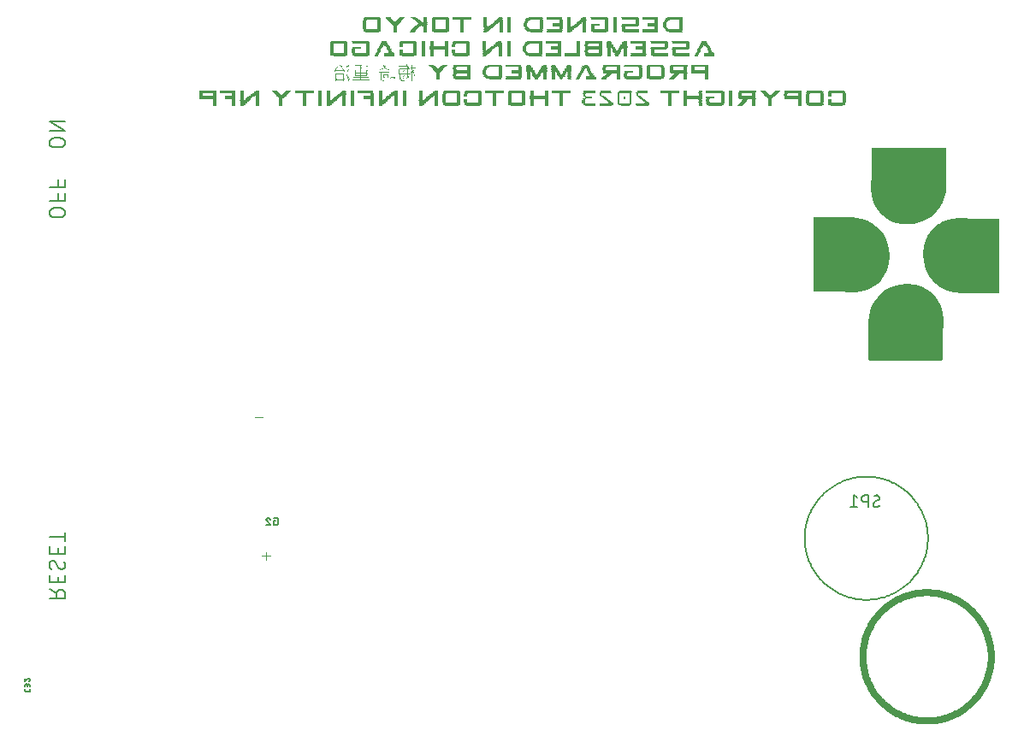
<source format=gbr>
G04 EAGLE Gerber RS-274X export*
G75*
%MOMM*%
%FSLAX34Y34*%
%LPD*%
%INSilkscreen Bottom*%
%IPPOS*%
%AMOC8*
5,1,8,0,0,1.08239X$1,22.5*%
G01*
%ADD10C,0.670559*%
%ADD11C,0.203200*%
%ADD12R,0.390000X0.078000*%
%ADD13R,0.312000X0.078000*%
%ADD14R,1.326000X0.078000*%
%ADD15R,1.248000X0.078000*%
%ADD16R,1.014000X0.078000*%
%ADD17R,0.858000X0.078000*%
%ADD18R,0.468000X0.078000*%
%ADD19R,1.638000X0.078000*%
%ADD20R,0.546000X0.078000*%
%ADD21R,1.716000X0.078000*%
%ADD22R,1.404000X0.078000*%
%ADD23R,0.624000X0.078000*%
%ADD24R,0.234000X0.078000*%
%ADD25R,1.794000X0.078000*%
%ADD26R,0.702000X0.078000*%
%ADD27R,0.780000X0.078000*%
%ADD28R,0.936000X0.078000*%
%ADD29R,1.092000X0.078000*%
%ADD30R,0.156000X0.078000*%
%ADD31R,1.170000X0.078000*%
%ADD32R,1.560000X0.078000*%
%ADD33R,0.078000X0.078000*%
%ADD34R,1.482000X0.078000*%
%ADD35C,0.101600*%
%ADD36C,0.127000*%
%ADD37C,0.152400*%

G36*
X892848Y704796D02*
X892848Y704796D01*
X892882Y704795D01*
X898051Y705164D01*
X898083Y705172D01*
X898159Y705180D01*
X903223Y706281D01*
X903253Y706293D01*
X903327Y706312D01*
X908183Y708123D01*
X908211Y708139D01*
X908282Y708168D01*
X912830Y710652D01*
X912856Y710672D01*
X912921Y710710D01*
X917070Y713816D01*
X917093Y713840D01*
X917152Y713887D01*
X920817Y717552D01*
X920836Y717578D01*
X920888Y717634D01*
X923993Y721782D01*
X924008Y721811D01*
X924052Y721874D01*
X926536Y726422D01*
X926547Y726453D01*
X926581Y726521D01*
X928392Y731377D01*
X928398Y731409D01*
X928423Y731481D01*
X929524Y736545D01*
X929526Y736577D01*
X929540Y736652D01*
X929909Y741822D01*
X929907Y741842D01*
X929911Y741876D01*
X929911Y779442D01*
X929908Y779462D01*
X929910Y779482D01*
X929888Y779583D01*
X929871Y779685D01*
X929862Y779703D01*
X929858Y779722D01*
X929805Y779811D01*
X929756Y779903D01*
X929742Y779916D01*
X929732Y779933D01*
X929653Y780001D01*
X929578Y780072D01*
X929560Y780080D01*
X929545Y780093D01*
X929449Y780132D01*
X929355Y780176D01*
X929335Y780178D01*
X929317Y780185D01*
X929150Y780204D01*
X857039Y780204D01*
X857020Y780200D01*
X857000Y780203D01*
X856899Y780181D01*
X856797Y780164D01*
X856779Y780155D01*
X856760Y780150D01*
X856671Y780097D01*
X856579Y780049D01*
X856566Y780034D01*
X856548Y780024D01*
X856481Y779945D01*
X856410Y779870D01*
X856402Y779852D01*
X856389Y779837D01*
X856350Y779741D01*
X856306Y779647D01*
X856304Y779628D01*
X856297Y779609D01*
X856278Y779442D01*
X856278Y748927D01*
X856269Y748922D01*
X856202Y748843D01*
X856130Y748768D01*
X856122Y748750D01*
X856109Y748735D01*
X856070Y748639D01*
X856027Y748545D01*
X856025Y748525D01*
X856017Y748507D01*
X856012Y748456D01*
X855987Y748424D01*
X855927Y748362D01*
X855911Y748328D01*
X855888Y748298D01*
X855825Y748143D01*
X855774Y747965D01*
X855771Y747943D01*
X855763Y747923D01*
X855745Y747756D01*
X855745Y738663D01*
X855748Y738643D01*
X855747Y738608D01*
X856084Y733897D01*
X856091Y733865D01*
X856099Y733789D01*
X857103Y729173D01*
X857115Y729143D01*
X857134Y729069D01*
X858785Y724643D01*
X858801Y724614D01*
X858830Y724544D01*
X861094Y720398D01*
X861114Y720372D01*
X861153Y720307D01*
X863983Y716525D01*
X864007Y716502D01*
X864008Y716501D01*
X864020Y716482D01*
X864032Y716471D01*
X864055Y716443D01*
X867395Y713102D01*
X867421Y713083D01*
X867477Y713031D01*
X871259Y710200D01*
X871288Y710185D01*
X871350Y710142D01*
X875496Y707878D01*
X875527Y707867D01*
X875595Y707833D01*
X880021Y706182D01*
X880053Y706175D01*
X880125Y706151D01*
X882786Y705572D01*
X884741Y705147D01*
X884774Y705145D01*
X884849Y705132D01*
X889561Y704795D01*
X889581Y704796D01*
X889615Y704793D01*
X892828Y704793D01*
X892848Y704796D01*
G37*
G36*
X839876Y637397D02*
X839876Y637397D01*
X839911Y637396D01*
X844622Y637733D01*
X844654Y637740D01*
X844730Y637748D01*
X849346Y638752D01*
X849376Y638764D01*
X849450Y638783D01*
X853876Y640434D01*
X853905Y640450D01*
X853975Y640479D01*
X858121Y642743D01*
X858147Y642763D01*
X858212Y642801D01*
X861994Y645632D01*
X862017Y645656D01*
X862076Y645704D01*
X865417Y649044D01*
X865436Y649070D01*
X865488Y649126D01*
X868319Y652908D01*
X868334Y652937D01*
X868336Y652940D01*
X868348Y652952D01*
X868354Y652965D01*
X868377Y652999D01*
X870641Y657145D01*
X870652Y657176D01*
X870686Y657244D01*
X872337Y661670D01*
X872344Y661702D01*
X872368Y661774D01*
X873372Y666390D01*
X873374Y666423D01*
X873387Y666498D01*
X873724Y671210D01*
X873723Y671230D01*
X873726Y671264D01*
X873726Y674477D01*
X873723Y674497D01*
X873724Y674531D01*
X873355Y679700D01*
X873347Y679732D01*
X873339Y679808D01*
X872238Y684872D01*
X872226Y684902D01*
X872207Y684976D01*
X870396Y689832D01*
X870380Y689860D01*
X870351Y689930D01*
X867867Y694479D01*
X867847Y694505D01*
X867809Y694570D01*
X864703Y698719D01*
X864679Y698742D01*
X864632Y698801D01*
X860967Y702466D01*
X860941Y702485D01*
X860885Y702537D01*
X856737Y705642D01*
X856708Y705657D01*
X856645Y705701D01*
X852097Y708185D01*
X852066Y708196D01*
X851998Y708230D01*
X847142Y710041D01*
X847110Y710047D01*
X847038Y710071D01*
X845274Y710455D01*
X841974Y711173D01*
X841942Y711175D01*
X841867Y711189D01*
X836697Y711558D01*
X836677Y711556D01*
X836643Y711560D01*
X799077Y711560D01*
X799057Y711557D01*
X799037Y711559D01*
X798936Y711537D01*
X798834Y711520D01*
X798816Y711511D01*
X798797Y711507D01*
X798708Y711454D01*
X798616Y711405D01*
X798603Y711391D01*
X798586Y711381D01*
X798518Y711302D01*
X798447Y711227D01*
X798439Y711209D01*
X798426Y711194D01*
X798387Y711098D01*
X798343Y711004D01*
X798341Y710984D01*
X798334Y710966D01*
X798315Y710799D01*
X798315Y638688D01*
X798319Y638669D01*
X798316Y638649D01*
X798338Y638548D01*
X798355Y638446D01*
X798364Y638428D01*
X798369Y638409D01*
X798422Y638319D01*
X798470Y638228D01*
X798485Y638215D01*
X798495Y638197D01*
X798574Y638130D01*
X798649Y638059D01*
X798667Y638050D01*
X798682Y638037D01*
X798778Y637999D01*
X798872Y637955D01*
X798891Y637953D01*
X798910Y637946D01*
X799077Y637927D01*
X829592Y637927D01*
X829597Y637918D01*
X829676Y637851D01*
X829751Y637779D01*
X829769Y637771D01*
X829784Y637758D01*
X829880Y637719D01*
X829974Y637676D01*
X829994Y637674D01*
X830012Y637666D01*
X830063Y637661D01*
X830095Y637636D01*
X830157Y637576D01*
X830191Y637560D01*
X830221Y637537D01*
X830376Y637474D01*
X830554Y637423D01*
X830576Y637420D01*
X830596Y637412D01*
X830763Y637394D01*
X839856Y637394D01*
X839876Y637397D01*
G37*
G36*
X925893Y569889D02*
X925893Y569889D01*
X925913Y569887D01*
X926014Y569909D01*
X926116Y569926D01*
X926134Y569935D01*
X926153Y569939D01*
X926242Y569992D01*
X926334Y570041D01*
X926347Y570055D01*
X926364Y570065D01*
X926432Y570144D01*
X926503Y570219D01*
X926511Y570237D01*
X926524Y570252D01*
X926563Y570348D01*
X926607Y570442D01*
X926609Y570462D01*
X926616Y570480D01*
X926635Y570647D01*
X926635Y601162D01*
X926644Y601168D01*
X926711Y601246D01*
X926782Y601321D01*
X926791Y601339D01*
X926804Y601354D01*
X926842Y601451D01*
X926886Y601544D01*
X926888Y601564D01*
X926896Y601583D01*
X926901Y601633D01*
X926926Y601665D01*
X926986Y601728D01*
X927001Y601762D01*
X927024Y601791D01*
X927088Y601947D01*
X927139Y602124D01*
X927141Y602146D01*
X927150Y602167D01*
X927168Y602334D01*
X927168Y611427D01*
X927165Y611447D01*
X927166Y611481D01*
X926829Y616193D01*
X926822Y616225D01*
X926814Y616300D01*
X925810Y620916D01*
X925797Y620947D01*
X925779Y621021D01*
X924128Y625447D01*
X924112Y625475D01*
X924083Y625545D01*
X921819Y629692D01*
X921799Y629717D01*
X921760Y629783D01*
X918929Y633565D01*
X918906Y633587D01*
X918858Y633647D01*
X915518Y636987D01*
X915491Y637006D01*
X915436Y637058D01*
X911654Y639889D01*
X911625Y639904D01*
X911563Y639948D01*
X907417Y642212D01*
X907386Y642223D01*
X907318Y642257D01*
X902892Y643908D01*
X902860Y643914D01*
X902788Y643938D01*
X900344Y644470D01*
X898172Y644942D01*
X898139Y644944D01*
X898064Y644958D01*
X893352Y645295D01*
X893332Y645293D01*
X893298Y645297D01*
X890085Y645297D01*
X890065Y645294D01*
X890031Y645295D01*
X884861Y644925D01*
X884829Y644918D01*
X884754Y644910D01*
X879690Y643808D01*
X879660Y643796D01*
X879586Y643778D01*
X874730Y641967D01*
X874702Y641950D01*
X874631Y641921D01*
X870083Y639438D01*
X870057Y639418D01*
X869991Y639379D01*
X865843Y636273D01*
X865820Y636250D01*
X865761Y636202D01*
X862096Y632538D01*
X862077Y632511D01*
X862025Y632456D01*
X858919Y628307D01*
X858904Y628278D01*
X858861Y628216D01*
X856377Y623667D01*
X856366Y623636D01*
X856332Y623568D01*
X854521Y618713D01*
X854515Y618681D01*
X854490Y618609D01*
X853389Y613545D01*
X853387Y613512D01*
X853373Y613437D01*
X853004Y608268D01*
X853005Y608248D01*
X853002Y608214D01*
X853002Y570647D01*
X853005Y570627D01*
X853003Y570608D01*
X853025Y570506D01*
X853041Y570404D01*
X853051Y570387D01*
X853055Y570367D01*
X853108Y570278D01*
X853156Y570187D01*
X853171Y570173D01*
X853181Y570156D01*
X853260Y570089D01*
X853335Y570018D01*
X853353Y570009D01*
X853368Y569996D01*
X853464Y569957D01*
X853558Y569914D01*
X853578Y569912D01*
X853596Y569904D01*
X853763Y569886D01*
X925873Y569886D01*
X925893Y569889D01*
G37*
G36*
X981859Y636561D02*
X981859Y636561D01*
X981879Y636559D01*
X981980Y636581D01*
X982082Y636597D01*
X982099Y636607D01*
X982119Y636611D01*
X982208Y636664D01*
X982299Y636712D01*
X982313Y636727D01*
X982330Y636737D01*
X982397Y636816D01*
X982469Y636891D01*
X982477Y636909D01*
X982490Y636924D01*
X982529Y637020D01*
X982572Y637114D01*
X982574Y637134D01*
X982582Y637152D01*
X982600Y637319D01*
X982600Y709429D01*
X982597Y709449D01*
X982599Y709469D01*
X982577Y709570D01*
X982561Y709672D01*
X982551Y709690D01*
X982547Y709709D01*
X982494Y709798D01*
X982446Y709890D01*
X982431Y709903D01*
X982421Y709920D01*
X982342Y709988D01*
X982267Y710059D01*
X982249Y710067D01*
X982234Y710080D01*
X982138Y710119D01*
X982044Y710163D01*
X982024Y710165D01*
X982006Y710172D01*
X981839Y710191D01*
X951324Y710191D01*
X951319Y710200D01*
X951240Y710267D01*
X951165Y710338D01*
X951147Y710347D01*
X951132Y710360D01*
X951035Y710398D01*
X950942Y710442D01*
X950922Y710444D01*
X950904Y710452D01*
X950853Y710457D01*
X950821Y710482D01*
X950758Y710542D01*
X950724Y710557D01*
X950695Y710580D01*
X950540Y710644D01*
X950362Y710695D01*
X950340Y710697D01*
X950319Y710706D01*
X950153Y710724D01*
X941059Y710724D01*
X941039Y710721D01*
X941005Y710722D01*
X936293Y710385D01*
X936261Y710378D01*
X936186Y710370D01*
X931570Y709366D01*
X931539Y709353D01*
X931466Y709335D01*
X927039Y707684D01*
X927011Y707668D01*
X926941Y707639D01*
X922795Y705375D01*
X922769Y705355D01*
X922703Y705316D01*
X918922Y702485D01*
X918899Y702462D01*
X918839Y702414D01*
X915499Y699074D01*
X915480Y699047D01*
X915428Y698992D01*
X912597Y695210D01*
X912582Y695181D01*
X912538Y695119D01*
X910274Y690973D01*
X910264Y690942D01*
X910229Y690874D01*
X908578Y686448D01*
X908572Y686416D01*
X908548Y686344D01*
X907544Y681728D01*
X907542Y681695D01*
X907528Y681620D01*
X907191Y676908D01*
X907193Y676888D01*
X907189Y676854D01*
X907189Y673641D01*
X907193Y673621D01*
X907191Y673587D01*
X907561Y668417D01*
X907569Y668385D01*
X907576Y668310D01*
X908678Y663246D01*
X908690Y663216D01*
X908709Y663142D01*
X910520Y658286D01*
X910536Y658258D01*
X910565Y658187D01*
X913048Y653639D01*
X913069Y653613D01*
X913107Y653547D01*
X916213Y649399D01*
X916236Y649376D01*
X916284Y649317D01*
X919948Y645652D01*
X919975Y645633D01*
X920030Y645581D01*
X924179Y642475D01*
X924208Y642460D01*
X924271Y642417D01*
X928819Y639933D01*
X928850Y639922D01*
X928918Y639888D01*
X933773Y638077D01*
X933806Y638071D01*
X933878Y638046D01*
X937137Y637337D01*
X938942Y636945D01*
X938974Y636943D01*
X939049Y636929D01*
X944218Y636560D01*
X944238Y636561D01*
X944273Y636558D01*
X981839Y636558D01*
X981859Y636561D01*
G37*
D10*
X847546Y276224D02*
X847565Y277782D01*
X847622Y279340D01*
X847718Y280895D01*
X847852Y282448D01*
X848024Y283997D01*
X848233Y285541D01*
X848481Y287080D01*
X848766Y288612D01*
X849089Y290137D01*
X849449Y291653D01*
X849846Y293160D01*
X850280Y294657D01*
X850751Y296143D01*
X851258Y297617D01*
X851801Y299077D01*
X852380Y300524D01*
X852994Y301957D01*
X853643Y303374D01*
X854326Y304774D01*
X855044Y306158D01*
X855795Y307523D01*
X856580Y308870D01*
X857398Y310196D01*
X858248Y311503D01*
X859129Y312788D01*
X860042Y314051D01*
X860986Y315291D01*
X861960Y316508D01*
X862963Y317700D01*
X863996Y318868D01*
X865056Y320010D01*
X866145Y321125D01*
X867260Y322214D01*
X868402Y323274D01*
X869570Y324307D01*
X870762Y325310D01*
X871979Y326284D01*
X873219Y327228D01*
X874482Y328141D01*
X875767Y329022D01*
X877074Y329872D01*
X878400Y330690D01*
X879747Y331475D01*
X881112Y332226D01*
X882496Y332944D01*
X883896Y333627D01*
X885313Y334276D01*
X886746Y334890D01*
X888193Y335469D01*
X889653Y336012D01*
X891127Y336519D01*
X892613Y336990D01*
X894110Y337424D01*
X895617Y337821D01*
X897133Y338181D01*
X898658Y338504D01*
X900190Y338789D01*
X901729Y339037D01*
X903273Y339246D01*
X904822Y339418D01*
X906375Y339552D01*
X907930Y339648D01*
X909488Y339705D01*
X911046Y339724D01*
X912604Y339705D01*
X914162Y339648D01*
X915717Y339552D01*
X917270Y339418D01*
X918819Y339246D01*
X920363Y339037D01*
X921902Y338789D01*
X923434Y338504D01*
X924959Y338181D01*
X926475Y337821D01*
X927982Y337424D01*
X929479Y336990D01*
X930965Y336519D01*
X932439Y336012D01*
X933899Y335469D01*
X935346Y334890D01*
X936779Y334276D01*
X938196Y333627D01*
X939596Y332944D01*
X940980Y332226D01*
X942345Y331475D01*
X943692Y330690D01*
X945018Y329872D01*
X946325Y329022D01*
X947610Y328141D01*
X948873Y327228D01*
X950113Y326284D01*
X951330Y325310D01*
X952522Y324307D01*
X953690Y323274D01*
X954832Y322214D01*
X955947Y321125D01*
X957036Y320010D01*
X958096Y318868D01*
X959129Y317700D01*
X960132Y316508D01*
X961106Y315291D01*
X962050Y314051D01*
X962963Y312788D01*
X963844Y311503D01*
X964694Y310196D01*
X965512Y308870D01*
X966297Y307523D01*
X967048Y306158D01*
X967766Y304774D01*
X968449Y303374D01*
X969098Y301957D01*
X969712Y300524D01*
X970291Y299077D01*
X970834Y297617D01*
X971341Y296143D01*
X971812Y294657D01*
X972246Y293160D01*
X972643Y291653D01*
X973003Y290137D01*
X973326Y288612D01*
X973611Y287080D01*
X973859Y285541D01*
X974068Y283997D01*
X974240Y282448D01*
X974374Y280895D01*
X974470Y279340D01*
X974527Y277782D01*
X974546Y276224D01*
X974527Y274666D01*
X974470Y273108D01*
X974374Y271553D01*
X974240Y270000D01*
X974068Y268451D01*
X973859Y266907D01*
X973611Y265368D01*
X973326Y263836D01*
X973003Y262311D01*
X972643Y260795D01*
X972246Y259288D01*
X971812Y257791D01*
X971341Y256305D01*
X970834Y254831D01*
X970291Y253371D01*
X969712Y251924D01*
X969098Y250491D01*
X968449Y249074D01*
X967766Y247674D01*
X967048Y246290D01*
X966297Y244925D01*
X965512Y243578D01*
X964694Y242252D01*
X963844Y240945D01*
X962963Y239660D01*
X962050Y238397D01*
X961106Y237157D01*
X960132Y235940D01*
X959129Y234748D01*
X958096Y233580D01*
X957036Y232438D01*
X955947Y231323D01*
X954832Y230234D01*
X953690Y229174D01*
X952522Y228141D01*
X951330Y227138D01*
X950113Y226164D01*
X948873Y225220D01*
X947610Y224307D01*
X946325Y223426D01*
X945018Y222576D01*
X943692Y221758D01*
X942345Y220973D01*
X940980Y220222D01*
X939596Y219504D01*
X938196Y218821D01*
X936779Y218172D01*
X935346Y217558D01*
X933899Y216979D01*
X932439Y216436D01*
X930965Y215929D01*
X929479Y215458D01*
X927982Y215024D01*
X926475Y214627D01*
X924959Y214267D01*
X923434Y213944D01*
X921902Y213659D01*
X920363Y213411D01*
X918819Y213202D01*
X917270Y213030D01*
X915717Y212896D01*
X914162Y212800D01*
X912604Y212743D01*
X911046Y212724D01*
X909488Y212743D01*
X907930Y212800D01*
X906375Y212896D01*
X904822Y213030D01*
X903273Y213202D01*
X901729Y213411D01*
X900190Y213659D01*
X898658Y213944D01*
X897133Y214267D01*
X895617Y214627D01*
X894110Y215024D01*
X892613Y215458D01*
X891127Y215929D01*
X889653Y216436D01*
X888193Y216979D01*
X886746Y217558D01*
X885313Y218172D01*
X883896Y218821D01*
X882496Y219504D01*
X881112Y220222D01*
X879747Y220973D01*
X878400Y221758D01*
X877074Y222576D01*
X875767Y223426D01*
X874482Y224307D01*
X873219Y225220D01*
X871979Y226164D01*
X870762Y227138D01*
X869570Y228141D01*
X868402Y229174D01*
X867260Y230234D01*
X866145Y231323D01*
X865056Y232438D01*
X863996Y233580D01*
X862963Y234748D01*
X861960Y235940D01*
X860986Y237157D01*
X860042Y238397D01*
X859129Y239660D01*
X858248Y240945D01*
X857398Y242252D01*
X856580Y243578D01*
X855795Y244925D01*
X855044Y246290D01*
X854326Y247674D01*
X853643Y249074D01*
X852994Y250491D01*
X852380Y251924D01*
X851801Y253371D01*
X851258Y254831D01*
X850751Y256305D01*
X850280Y257791D01*
X849846Y259288D01*
X849449Y260795D01*
X849089Y262311D01*
X848766Y263836D01*
X848481Y265368D01*
X848233Y266907D01*
X848024Y268451D01*
X847852Y270000D01*
X847718Y271553D01*
X847622Y273108D01*
X847565Y274666D01*
X847546Y276224D01*
D11*
X53665Y781299D02*
X46665Y781299D01*
X53665Y781300D02*
X53796Y781302D01*
X53927Y781308D01*
X54057Y781318D01*
X54187Y781331D01*
X54317Y781349D01*
X54446Y781370D01*
X54574Y781396D01*
X54702Y781425D01*
X54829Y781458D01*
X54954Y781494D01*
X55079Y781535D01*
X55202Y781579D01*
X55324Y781627D01*
X55444Y781678D01*
X55563Y781733D01*
X55680Y781792D01*
X55795Y781854D01*
X55908Y781919D01*
X56020Y781988D01*
X56129Y782060D01*
X56236Y782135D01*
X56341Y782214D01*
X56443Y782295D01*
X56543Y782380D01*
X56640Y782468D01*
X56735Y782558D01*
X56827Y782651D01*
X56916Y782747D01*
X57002Y782846D01*
X57085Y782947D01*
X57165Y783050D01*
X57242Y783156D01*
X57315Y783264D01*
X57386Y783375D01*
X57453Y783487D01*
X57517Y783601D01*
X57577Y783717D01*
X57634Y783835D01*
X57687Y783955D01*
X57737Y784076D01*
X57783Y784199D01*
X57825Y784322D01*
X57863Y784447D01*
X57898Y784574D01*
X57929Y784701D01*
X57957Y784829D01*
X57980Y784957D01*
X57999Y785087D01*
X58015Y785217D01*
X58027Y785347D01*
X58035Y785478D01*
X58039Y785609D01*
X58039Y785739D01*
X58035Y785870D01*
X58027Y786001D01*
X58015Y786131D01*
X57999Y786261D01*
X57980Y786391D01*
X57957Y786519D01*
X57929Y786647D01*
X57898Y786774D01*
X57863Y786901D01*
X57825Y787026D01*
X57783Y787149D01*
X57737Y787272D01*
X57687Y787393D01*
X57634Y787513D01*
X57577Y787631D01*
X57517Y787747D01*
X57453Y787861D01*
X57386Y787973D01*
X57315Y788084D01*
X57242Y788192D01*
X57165Y788298D01*
X57085Y788401D01*
X57002Y788502D01*
X56916Y788601D01*
X56827Y788697D01*
X56735Y788790D01*
X56640Y788880D01*
X56543Y788968D01*
X56443Y789053D01*
X56341Y789134D01*
X56236Y789213D01*
X56129Y789288D01*
X56020Y789360D01*
X55908Y789429D01*
X55795Y789494D01*
X55680Y789556D01*
X55563Y789615D01*
X55444Y789670D01*
X55324Y789721D01*
X55202Y789769D01*
X55079Y789813D01*
X54954Y789854D01*
X54829Y789890D01*
X54702Y789923D01*
X54574Y789952D01*
X54446Y789978D01*
X54317Y789999D01*
X54187Y790017D01*
X54057Y790030D01*
X53927Y790040D01*
X53796Y790046D01*
X53665Y790048D01*
X46665Y790048D01*
X46534Y790046D01*
X46403Y790040D01*
X46273Y790030D01*
X46143Y790017D01*
X46013Y789999D01*
X45884Y789978D01*
X45756Y789952D01*
X45628Y789923D01*
X45501Y789890D01*
X45376Y789854D01*
X45251Y789813D01*
X45128Y789769D01*
X45006Y789721D01*
X44886Y789670D01*
X44767Y789615D01*
X44650Y789556D01*
X44535Y789494D01*
X44422Y789429D01*
X44310Y789360D01*
X44201Y789288D01*
X44094Y789213D01*
X43989Y789134D01*
X43887Y789053D01*
X43787Y788968D01*
X43690Y788880D01*
X43595Y788790D01*
X43503Y788697D01*
X43414Y788601D01*
X43328Y788502D01*
X43245Y788401D01*
X43165Y788298D01*
X43088Y788192D01*
X43015Y788084D01*
X42944Y787973D01*
X42877Y787861D01*
X42813Y787747D01*
X42753Y787631D01*
X42696Y787513D01*
X42643Y787393D01*
X42593Y787272D01*
X42547Y787149D01*
X42505Y787026D01*
X42467Y786901D01*
X42432Y786774D01*
X42401Y786647D01*
X42373Y786519D01*
X42350Y786391D01*
X42331Y786261D01*
X42315Y786131D01*
X42303Y786001D01*
X42295Y785870D01*
X42291Y785739D01*
X42291Y785609D01*
X42295Y785478D01*
X42303Y785347D01*
X42315Y785217D01*
X42331Y785087D01*
X42350Y784957D01*
X42373Y784829D01*
X42401Y784701D01*
X42432Y784574D01*
X42467Y784447D01*
X42505Y784322D01*
X42547Y784199D01*
X42593Y784076D01*
X42643Y783955D01*
X42696Y783835D01*
X42753Y783717D01*
X42813Y783601D01*
X42877Y783487D01*
X42944Y783375D01*
X43015Y783264D01*
X43088Y783156D01*
X43165Y783050D01*
X43245Y782947D01*
X43328Y782846D01*
X43414Y782747D01*
X43503Y782651D01*
X43595Y782558D01*
X43690Y782468D01*
X43787Y782380D01*
X43887Y782295D01*
X43989Y782214D01*
X44094Y782135D01*
X44201Y782060D01*
X44310Y781988D01*
X44422Y781919D01*
X44535Y781854D01*
X44650Y781792D01*
X44767Y781733D01*
X44886Y781678D01*
X45006Y781627D01*
X45128Y781579D01*
X45251Y781535D01*
X45376Y781494D01*
X45501Y781458D01*
X45628Y781425D01*
X45756Y781396D01*
X45884Y781370D01*
X46013Y781349D01*
X46143Y781331D01*
X46273Y781318D01*
X46403Y781308D01*
X46534Y781302D01*
X46665Y781300D01*
X42291Y797452D02*
X58039Y797452D01*
X42291Y806201D01*
X58039Y806201D01*
X53665Y711883D02*
X46665Y711883D01*
X53665Y711883D02*
X53796Y711885D01*
X53927Y711891D01*
X54057Y711901D01*
X54187Y711914D01*
X54317Y711932D01*
X54446Y711953D01*
X54574Y711979D01*
X54702Y712008D01*
X54829Y712041D01*
X54954Y712077D01*
X55079Y712118D01*
X55202Y712162D01*
X55324Y712210D01*
X55444Y712261D01*
X55563Y712316D01*
X55680Y712375D01*
X55795Y712437D01*
X55908Y712502D01*
X56020Y712571D01*
X56129Y712643D01*
X56236Y712718D01*
X56341Y712797D01*
X56443Y712878D01*
X56543Y712963D01*
X56640Y713051D01*
X56735Y713141D01*
X56827Y713234D01*
X56916Y713330D01*
X57002Y713429D01*
X57085Y713530D01*
X57165Y713633D01*
X57242Y713739D01*
X57315Y713847D01*
X57386Y713958D01*
X57453Y714070D01*
X57517Y714184D01*
X57577Y714300D01*
X57634Y714418D01*
X57687Y714538D01*
X57737Y714659D01*
X57783Y714782D01*
X57825Y714905D01*
X57863Y715030D01*
X57898Y715157D01*
X57929Y715284D01*
X57957Y715412D01*
X57980Y715540D01*
X57999Y715670D01*
X58015Y715800D01*
X58027Y715930D01*
X58035Y716061D01*
X58039Y716192D01*
X58039Y716322D01*
X58035Y716453D01*
X58027Y716584D01*
X58015Y716714D01*
X57999Y716844D01*
X57980Y716974D01*
X57957Y717102D01*
X57929Y717230D01*
X57898Y717357D01*
X57863Y717484D01*
X57825Y717609D01*
X57783Y717732D01*
X57737Y717855D01*
X57687Y717976D01*
X57634Y718096D01*
X57577Y718214D01*
X57517Y718330D01*
X57453Y718444D01*
X57386Y718556D01*
X57315Y718667D01*
X57242Y718775D01*
X57165Y718881D01*
X57085Y718984D01*
X57002Y719085D01*
X56916Y719184D01*
X56827Y719280D01*
X56735Y719373D01*
X56640Y719463D01*
X56543Y719551D01*
X56443Y719636D01*
X56341Y719717D01*
X56236Y719796D01*
X56129Y719871D01*
X56020Y719943D01*
X55908Y720012D01*
X55795Y720077D01*
X55680Y720139D01*
X55563Y720198D01*
X55444Y720253D01*
X55324Y720304D01*
X55202Y720352D01*
X55079Y720396D01*
X54954Y720437D01*
X54829Y720473D01*
X54702Y720506D01*
X54574Y720535D01*
X54446Y720561D01*
X54317Y720582D01*
X54187Y720600D01*
X54057Y720613D01*
X53927Y720623D01*
X53796Y720629D01*
X53665Y720631D01*
X53665Y720632D02*
X46665Y720632D01*
X46665Y720631D02*
X46534Y720629D01*
X46403Y720623D01*
X46273Y720613D01*
X46143Y720600D01*
X46013Y720582D01*
X45884Y720561D01*
X45756Y720535D01*
X45628Y720506D01*
X45501Y720473D01*
X45376Y720437D01*
X45251Y720396D01*
X45128Y720352D01*
X45006Y720304D01*
X44886Y720253D01*
X44767Y720198D01*
X44650Y720139D01*
X44535Y720077D01*
X44422Y720012D01*
X44310Y719943D01*
X44201Y719871D01*
X44094Y719796D01*
X43989Y719717D01*
X43887Y719636D01*
X43787Y719551D01*
X43690Y719463D01*
X43595Y719373D01*
X43503Y719280D01*
X43414Y719184D01*
X43328Y719085D01*
X43245Y718984D01*
X43165Y718881D01*
X43088Y718775D01*
X43015Y718667D01*
X42944Y718556D01*
X42877Y718444D01*
X42813Y718330D01*
X42753Y718214D01*
X42696Y718096D01*
X42643Y717976D01*
X42593Y717855D01*
X42547Y717732D01*
X42505Y717609D01*
X42467Y717484D01*
X42432Y717357D01*
X42401Y717230D01*
X42373Y717102D01*
X42350Y716974D01*
X42331Y716844D01*
X42315Y716714D01*
X42303Y716584D01*
X42295Y716453D01*
X42291Y716322D01*
X42291Y716192D01*
X42295Y716061D01*
X42303Y715930D01*
X42315Y715800D01*
X42331Y715670D01*
X42350Y715540D01*
X42373Y715412D01*
X42401Y715284D01*
X42432Y715157D01*
X42467Y715030D01*
X42505Y714905D01*
X42547Y714782D01*
X42593Y714659D01*
X42643Y714538D01*
X42696Y714418D01*
X42753Y714300D01*
X42813Y714184D01*
X42877Y714070D01*
X42944Y713958D01*
X43015Y713847D01*
X43088Y713739D01*
X43165Y713633D01*
X43245Y713530D01*
X43328Y713429D01*
X43414Y713330D01*
X43503Y713234D01*
X43595Y713141D01*
X43690Y713051D01*
X43787Y712963D01*
X43887Y712878D01*
X43989Y712797D01*
X44094Y712718D01*
X44201Y712643D01*
X44310Y712571D01*
X44422Y712502D01*
X44535Y712437D01*
X44650Y712375D01*
X44767Y712316D01*
X44886Y712261D01*
X45006Y712210D01*
X45128Y712162D01*
X45251Y712118D01*
X45376Y712077D01*
X45501Y712041D01*
X45628Y712008D01*
X45756Y711979D01*
X45884Y711953D01*
X46013Y711932D01*
X46143Y711914D01*
X46273Y711901D01*
X46403Y711891D01*
X46534Y711885D01*
X46665Y711883D01*
X42291Y728071D02*
X58039Y728071D01*
X58039Y735070D01*
X51040Y735070D02*
X51040Y728071D01*
X58039Y741618D02*
X42291Y741618D01*
X58039Y741618D02*
X58039Y748617D01*
X51040Y748617D02*
X51040Y741618D01*
X58039Y334257D02*
X42291Y334257D01*
X58039Y334257D02*
X58039Y338631D01*
X58037Y338762D01*
X58031Y338893D01*
X58021Y339023D01*
X58008Y339153D01*
X57990Y339283D01*
X57969Y339412D01*
X57943Y339540D01*
X57914Y339668D01*
X57881Y339795D01*
X57845Y339920D01*
X57804Y340045D01*
X57760Y340168D01*
X57712Y340290D01*
X57661Y340410D01*
X57606Y340529D01*
X57547Y340646D01*
X57485Y340761D01*
X57420Y340874D01*
X57351Y340986D01*
X57279Y341095D01*
X57204Y341202D01*
X57125Y341307D01*
X57044Y341409D01*
X56959Y341509D01*
X56871Y341606D01*
X56781Y341701D01*
X56688Y341793D01*
X56592Y341882D01*
X56493Y341968D01*
X56392Y342051D01*
X56289Y342131D01*
X56183Y342208D01*
X56075Y342281D01*
X55964Y342352D01*
X55852Y342419D01*
X55738Y342483D01*
X55622Y342543D01*
X55504Y342600D01*
X55384Y342653D01*
X55263Y342703D01*
X55140Y342749D01*
X55017Y342791D01*
X54892Y342829D01*
X54765Y342864D01*
X54638Y342895D01*
X54510Y342923D01*
X54382Y342946D01*
X54252Y342965D01*
X54122Y342981D01*
X53992Y342993D01*
X53861Y343001D01*
X53730Y343005D01*
X53600Y343005D01*
X53469Y343001D01*
X53338Y342993D01*
X53208Y342981D01*
X53078Y342965D01*
X52948Y342946D01*
X52820Y342923D01*
X52692Y342895D01*
X52565Y342864D01*
X52438Y342829D01*
X52313Y342791D01*
X52190Y342749D01*
X52067Y342703D01*
X51946Y342653D01*
X51826Y342600D01*
X51708Y342543D01*
X51592Y342483D01*
X51478Y342419D01*
X51366Y342352D01*
X51255Y342281D01*
X51147Y342208D01*
X51041Y342131D01*
X50938Y342051D01*
X50837Y341968D01*
X50738Y341882D01*
X50642Y341793D01*
X50549Y341701D01*
X50459Y341606D01*
X50371Y341509D01*
X50286Y341409D01*
X50205Y341307D01*
X50126Y341202D01*
X50051Y341095D01*
X49979Y340986D01*
X49910Y340874D01*
X49845Y340761D01*
X49783Y340646D01*
X49724Y340529D01*
X49669Y340410D01*
X49618Y340290D01*
X49570Y340168D01*
X49526Y340045D01*
X49485Y339920D01*
X49449Y339795D01*
X49416Y339668D01*
X49387Y339540D01*
X49361Y339412D01*
X49340Y339283D01*
X49322Y339153D01*
X49309Y339023D01*
X49299Y338893D01*
X49293Y338762D01*
X49291Y338631D01*
X49290Y338631D02*
X49290Y334257D01*
X49290Y339506D02*
X42291Y343006D01*
X42291Y350335D02*
X42291Y357334D01*
X42291Y350335D02*
X58039Y350335D01*
X58039Y357334D01*
X51040Y355584D02*
X51040Y350335D01*
X42291Y368053D02*
X42293Y368170D01*
X42299Y368287D01*
X42309Y368403D01*
X42322Y368520D01*
X42340Y368635D01*
X42361Y368750D01*
X42386Y368864D01*
X42415Y368978D01*
X42448Y369090D01*
X42485Y369201D01*
X42525Y369311D01*
X42569Y369419D01*
X42616Y369526D01*
X42667Y369632D01*
X42722Y369735D01*
X42780Y369837D01*
X42841Y369936D01*
X42905Y370034D01*
X42973Y370129D01*
X43044Y370222D01*
X43118Y370313D01*
X43195Y370401D01*
X43275Y370486D01*
X43358Y370569D01*
X43443Y370649D01*
X43531Y370726D01*
X43622Y370800D01*
X43715Y370871D01*
X43810Y370939D01*
X43908Y371003D01*
X44007Y371064D01*
X44109Y371122D01*
X44212Y371177D01*
X44318Y371228D01*
X44425Y371275D01*
X44533Y371319D01*
X44643Y371359D01*
X44754Y371396D01*
X44866Y371429D01*
X44980Y371458D01*
X45094Y371483D01*
X45209Y371504D01*
X45324Y371522D01*
X45441Y371535D01*
X45557Y371545D01*
X45674Y371551D01*
X45791Y371553D01*
X42291Y368053D02*
X42293Y367876D01*
X42299Y367699D01*
X42310Y367523D01*
X42325Y367347D01*
X42344Y367171D01*
X42367Y366995D01*
X42394Y366821D01*
X42426Y366646D01*
X42462Y366473D01*
X42502Y366301D01*
X42546Y366130D01*
X42594Y365959D01*
X42646Y365790D01*
X42702Y365623D01*
X42762Y365456D01*
X42826Y365291D01*
X42894Y365128D01*
X42966Y364966D01*
X43042Y364807D01*
X43121Y364649D01*
X43205Y364493D01*
X43292Y364339D01*
X43383Y364187D01*
X43477Y364037D01*
X43575Y363890D01*
X43676Y363745D01*
X43781Y363602D01*
X43889Y363462D01*
X44000Y363325D01*
X44115Y363190D01*
X44233Y363059D01*
X44354Y362930D01*
X44478Y362804D01*
X54539Y363241D02*
X54656Y363243D01*
X54773Y363249D01*
X54889Y363259D01*
X55006Y363272D01*
X55121Y363290D01*
X55236Y363311D01*
X55350Y363336D01*
X55464Y363365D01*
X55576Y363398D01*
X55687Y363435D01*
X55797Y363475D01*
X55905Y363519D01*
X56012Y363566D01*
X56118Y363617D01*
X56221Y363672D01*
X56323Y363730D01*
X56422Y363791D01*
X56520Y363855D01*
X56615Y363923D01*
X56708Y363994D01*
X56799Y364068D01*
X56887Y364145D01*
X56972Y364225D01*
X57055Y364308D01*
X57135Y364393D01*
X57212Y364481D01*
X57286Y364572D01*
X57357Y364665D01*
X57425Y364760D01*
X57489Y364858D01*
X57550Y364957D01*
X57608Y365059D01*
X57663Y365162D01*
X57714Y365268D01*
X57761Y365375D01*
X57805Y365483D01*
X57845Y365593D01*
X57882Y365704D01*
X57915Y365816D01*
X57944Y365930D01*
X57969Y366044D01*
X57990Y366159D01*
X58008Y366274D01*
X58021Y366391D01*
X58031Y366507D01*
X58037Y366624D01*
X58039Y366741D01*
X58037Y366897D01*
X58032Y367054D01*
X58022Y367210D01*
X58009Y367366D01*
X57992Y367521D01*
X57972Y367676D01*
X57948Y367831D01*
X57920Y367985D01*
X57889Y368138D01*
X57854Y368290D01*
X57815Y368442D01*
X57772Y368592D01*
X57727Y368742D01*
X57677Y368890D01*
X57624Y369037D01*
X57568Y369183D01*
X57508Y369328D01*
X57444Y369471D01*
X57378Y369612D01*
X57308Y369752D01*
X57234Y369890D01*
X57157Y370026D01*
X57078Y370161D01*
X56994Y370293D01*
X56908Y370424D01*
X56819Y370552D01*
X56727Y370678D01*
X51477Y364992D02*
X51537Y364893D01*
X51601Y364797D01*
X51667Y364703D01*
X51736Y364611D01*
X51809Y364521D01*
X51884Y364433D01*
X51962Y364349D01*
X52043Y364266D01*
X52126Y364187D01*
X52212Y364110D01*
X52300Y364036D01*
X52391Y363964D01*
X52484Y363896D01*
X52579Y363831D01*
X52677Y363769D01*
X52776Y363710D01*
X52877Y363655D01*
X52980Y363602D01*
X53084Y363554D01*
X53190Y363508D01*
X53297Y363466D01*
X53406Y363427D01*
X53516Y363392D01*
X53627Y363361D01*
X53739Y363333D01*
X53851Y363309D01*
X53965Y363289D01*
X54079Y363272D01*
X54194Y363259D01*
X54309Y363249D01*
X54424Y363244D01*
X54539Y363242D01*
X48853Y369803D02*
X48793Y369902D01*
X48729Y369998D01*
X48663Y370092D01*
X48594Y370184D01*
X48521Y370274D01*
X48446Y370362D01*
X48368Y370446D01*
X48287Y370529D01*
X48204Y370608D01*
X48118Y370685D01*
X48030Y370759D01*
X47939Y370831D01*
X47846Y370899D01*
X47751Y370964D01*
X47653Y371026D01*
X47554Y371085D01*
X47453Y371140D01*
X47350Y371193D01*
X47246Y371242D01*
X47140Y371287D01*
X47033Y371329D01*
X46924Y371368D01*
X46814Y371403D01*
X46703Y371434D01*
X46591Y371462D01*
X46479Y371486D01*
X46365Y371506D01*
X46251Y371523D01*
X46136Y371536D01*
X46021Y371546D01*
X45906Y371551D01*
X45791Y371553D01*
X48853Y369803D02*
X51477Y364991D01*
X42291Y378471D02*
X42291Y385470D01*
X42291Y378471D02*
X58039Y378471D01*
X58039Y385470D01*
X51040Y383720D02*
X51040Y378471D01*
X58039Y394794D02*
X42291Y394794D01*
X58039Y390419D02*
X58039Y399168D01*
D12*
X205920Y822120D03*
X224640Y822120D03*
X233220Y822120D03*
D13*
X248430Y822120D03*
D12*
X271440Y822120D03*
X294840Y822120D03*
X310440Y822120D03*
X319020Y822120D03*
D13*
X334230Y822120D03*
D12*
X342420Y822120D03*
D13*
X361530Y822120D03*
X370110Y822120D03*
X385710Y822120D03*
D12*
X393900Y822120D03*
X410280Y822120D03*
D13*
X425490Y822120D03*
D14*
X440700Y822120D03*
X461760Y822120D03*
D12*
X482820Y822120D03*
D15*
X505050Y822120D03*
D13*
X519870Y822120D03*
X534690Y822120D03*
D12*
X549120Y822120D03*
D16*
X577980Y822120D03*
D15*
X593190Y822120D03*
D17*
X612300Y822120D03*
D15*
X629070Y822120D03*
D12*
X656760Y822120D03*
D13*
X671970Y822120D03*
X686790Y822120D03*
D14*
X701220Y822120D03*
D12*
X716820Y822120D03*
D18*
X725790Y822120D03*
D13*
X739830Y822120D03*
D12*
X755820Y822120D03*
D13*
X785070Y822120D03*
D14*
X800280Y822120D03*
D15*
X821730Y822120D03*
D12*
X205920Y822900D03*
X224640Y822900D03*
D18*
X233610Y822900D03*
D13*
X248430Y822900D03*
D12*
X271440Y822900D03*
X294840Y822900D03*
X310440Y822900D03*
D18*
X319410Y822900D03*
D13*
X334230Y822900D03*
D12*
X342420Y822900D03*
D13*
X361530Y822900D03*
D12*
X370500Y822900D03*
D13*
X385710Y822900D03*
D12*
X393900Y822900D03*
D18*
X410670Y822900D03*
D13*
X425490Y822900D03*
D19*
X440700Y822900D03*
X461760Y822900D03*
D12*
X482820Y822900D03*
D19*
X504660Y822900D03*
D13*
X519870Y822900D03*
X534690Y822900D03*
D12*
X549120Y822900D03*
D15*
X576810Y822900D03*
D14*
X593580Y822900D03*
D15*
X611910Y822900D03*
D14*
X629460Y822900D03*
D12*
X656760Y822900D03*
D13*
X671970Y822900D03*
X686790Y822900D03*
D19*
X701220Y822900D03*
D12*
X716820Y822900D03*
D18*
X726570Y822900D03*
D13*
X739830Y822900D03*
D12*
X755820Y822900D03*
D13*
X785070Y822900D03*
D19*
X800280Y822900D03*
X821340Y822900D03*
D12*
X205920Y823680D03*
X224640Y823680D03*
D20*
X234000Y823680D03*
D13*
X248430Y823680D03*
D12*
X271440Y823680D03*
X294840Y823680D03*
X310440Y823680D03*
D20*
X319800Y823680D03*
D13*
X334230Y823680D03*
D12*
X342420Y823680D03*
D13*
X361530Y823680D03*
D18*
X370890Y823680D03*
D13*
X385710Y823680D03*
D12*
X393900Y823680D03*
D20*
X411060Y823680D03*
D13*
X425490Y823680D03*
D21*
X440310Y823680D03*
X461370Y823680D03*
D12*
X482820Y823680D03*
D21*
X505050Y823680D03*
D13*
X519870Y823680D03*
X534690Y823680D03*
D12*
X549120Y823680D03*
D15*
X576810Y823680D03*
D14*
X593580Y823680D03*
D22*
X611910Y823680D03*
D14*
X629460Y823680D03*
D12*
X656760Y823680D03*
D13*
X671970Y823680D03*
X686790Y823680D03*
D21*
X701610Y823680D03*
D12*
X716820Y823680D03*
D18*
X727350Y823680D03*
D13*
X739830Y823680D03*
D12*
X755820Y823680D03*
D13*
X785070Y823680D03*
D19*
X800280Y823680D03*
D21*
X821730Y823680D03*
D12*
X205920Y824460D03*
X224640Y824460D03*
D23*
X234390Y824460D03*
D13*
X248430Y824460D03*
D12*
X271440Y824460D03*
X294840Y824460D03*
X310440Y824460D03*
D23*
X320190Y824460D03*
D13*
X334230Y824460D03*
D12*
X342420Y824460D03*
D13*
X361530Y824460D03*
D23*
X371670Y824460D03*
D13*
X385710Y824460D03*
D12*
X393900Y824460D03*
D23*
X411450Y824460D03*
D13*
X425490Y824460D03*
D21*
X440310Y824460D03*
X461370Y824460D03*
D12*
X482820Y824460D03*
D21*
X505050Y824460D03*
D13*
X519870Y824460D03*
X534690Y824460D03*
D12*
X549120Y824460D03*
D13*
X571350Y824460D03*
D18*
X597870Y824460D03*
D24*
X606060Y824460D03*
X617760Y824460D03*
D18*
X633750Y824460D03*
D12*
X656760Y824460D03*
D13*
X671970Y824460D03*
X686790Y824460D03*
D25*
X701220Y824460D03*
D12*
X716820Y824460D03*
D18*
X728130Y824460D03*
D13*
X739830Y824460D03*
D12*
X755820Y824460D03*
D13*
X785070Y824460D03*
D21*
X799890Y824460D03*
X821730Y824460D03*
D12*
X205920Y825240D03*
X224640Y825240D03*
D26*
X234780Y825240D03*
D13*
X248430Y825240D03*
D12*
X271440Y825240D03*
X294840Y825240D03*
X310440Y825240D03*
D26*
X320580Y825240D03*
D13*
X334230Y825240D03*
D12*
X342420Y825240D03*
D13*
X361530Y825240D03*
D26*
X372060Y825240D03*
D13*
X385710Y825240D03*
D12*
X393900Y825240D03*
D26*
X411840Y825240D03*
D13*
X425490Y825240D03*
X433290Y825240D03*
X447330Y825240D03*
X454350Y825240D03*
X468390Y825240D03*
D12*
X482820Y825240D03*
D13*
X498030Y825240D03*
X512070Y825240D03*
X519870Y825240D03*
X534690Y825240D03*
D12*
X549120Y825240D03*
D13*
X571350Y825240D03*
D12*
X597480Y825240D03*
D24*
X606060Y825240D03*
X617760Y825240D03*
D12*
X633360Y825240D03*
X656760Y825240D03*
D13*
X671970Y825240D03*
D12*
X686400Y825240D03*
X694200Y825240D03*
D13*
X708630Y825240D03*
D12*
X716820Y825240D03*
D18*
X728910Y825240D03*
D13*
X739830Y825240D03*
D12*
X755820Y825240D03*
D13*
X785070Y825240D03*
X792870Y825240D03*
X806910Y825240D03*
X814710Y825240D03*
X828750Y825240D03*
D12*
X205920Y826020D03*
X224640Y826020D03*
D17*
X235560Y826020D03*
D13*
X248430Y826020D03*
D12*
X271440Y826020D03*
X294840Y826020D03*
X310440Y826020D03*
D17*
X321360Y826020D03*
D13*
X334230Y826020D03*
D12*
X342420Y826020D03*
D13*
X361530Y826020D03*
D27*
X372450Y826020D03*
D13*
X385710Y826020D03*
D12*
X393900Y826020D03*
D27*
X412230Y826020D03*
D13*
X425490Y826020D03*
X433290Y826020D03*
X447330Y826020D03*
X454350Y826020D03*
X468390Y826020D03*
D12*
X482820Y826020D03*
D13*
X498030Y826020D03*
X512070Y826020D03*
X519870Y826020D03*
X534690Y826020D03*
D12*
X549120Y826020D03*
D13*
X571350Y826020D03*
X596310Y826020D03*
D24*
X606060Y826020D03*
X617760Y826020D03*
D13*
X632190Y826020D03*
D12*
X656760Y826020D03*
D13*
X671970Y826020D03*
X686790Y826020D03*
X693810Y826020D03*
X708630Y826020D03*
D12*
X716820Y826020D03*
D18*
X729690Y826020D03*
D13*
X739830Y826020D03*
D12*
X755820Y826020D03*
D13*
X785070Y826020D03*
X792870Y826020D03*
X806910Y826020D03*
X814710Y826020D03*
X828750Y826020D03*
D12*
X205920Y826800D03*
X224640Y826800D03*
D28*
X235950Y826800D03*
D13*
X248430Y826800D03*
D12*
X271440Y826800D03*
X294840Y826800D03*
X310440Y826800D03*
D28*
X321750Y826800D03*
D13*
X334230Y826800D03*
D12*
X342420Y826800D03*
D13*
X361530Y826800D03*
D17*
X372840Y826800D03*
D13*
X385710Y826800D03*
D12*
X393900Y826800D03*
D28*
X413010Y826800D03*
D13*
X425490Y826800D03*
X433290Y826800D03*
X447330Y826800D03*
X454350Y826800D03*
X468390Y826800D03*
D12*
X482820Y826800D03*
D13*
X498030Y826800D03*
X512070Y826800D03*
X519870Y826800D03*
X534690Y826800D03*
D12*
X549120Y826800D03*
D13*
X571350Y826800D03*
D12*
X595140Y826800D03*
D24*
X606060Y826800D03*
X617760Y826800D03*
D12*
X631020Y826800D03*
X656760Y826800D03*
D13*
X671970Y826800D03*
X686790Y826800D03*
X693810Y826800D03*
X708630Y826800D03*
D12*
X716820Y826800D03*
D18*
X730470Y826800D03*
D13*
X739830Y826800D03*
D12*
X755820Y826800D03*
D13*
X785070Y826800D03*
X792870Y826800D03*
X806910Y826800D03*
X814710Y826800D03*
X828750Y826800D03*
D12*
X205920Y827580D03*
X224640Y827580D03*
D13*
X232830Y827580D03*
D20*
X238680Y827580D03*
D13*
X248430Y827580D03*
D12*
X271440Y827580D03*
X294840Y827580D03*
X310440Y827580D03*
D13*
X318630Y827580D03*
D20*
X324480Y827580D03*
D13*
X334230Y827580D03*
D12*
X342420Y827580D03*
D13*
X361530Y827580D03*
X370110Y827580D03*
D20*
X375180Y827580D03*
D13*
X385710Y827580D03*
D12*
X393900Y827580D03*
D13*
X409890Y827580D03*
D20*
X415740Y827580D03*
D13*
X425490Y827580D03*
X433290Y827580D03*
X447330Y827580D03*
X454350Y827580D03*
X468390Y827580D03*
D12*
X482820Y827580D03*
D13*
X498030Y827580D03*
X512070Y827580D03*
X519870Y827580D03*
D12*
X534300Y827580D03*
X549120Y827580D03*
D24*
X571740Y827580D03*
D13*
X593970Y827580D03*
D24*
X606060Y827580D03*
X617760Y827580D03*
D13*
X629850Y827580D03*
D12*
X656760Y827580D03*
D13*
X671970Y827580D03*
D12*
X686400Y827580D03*
D13*
X693810Y827580D03*
X708630Y827580D03*
D12*
X716820Y827580D03*
D20*
X730860Y827580D03*
D13*
X739830Y827580D03*
D12*
X755820Y827580D03*
D13*
X785070Y827580D03*
X792870Y827580D03*
X806910Y827580D03*
X814710Y827580D03*
X828750Y827580D03*
D21*
X199290Y828360D03*
D29*
X221130Y828360D03*
D13*
X232830Y828360D03*
D20*
X239460Y828360D03*
D13*
X248430Y828360D03*
D12*
X271440Y828360D03*
X294840Y828360D03*
X310440Y828360D03*
D13*
X318630Y828360D03*
D20*
X325260Y828360D03*
D13*
X334230Y828360D03*
D12*
X342420Y828360D03*
D16*
X358020Y828360D03*
D13*
X370110Y828360D03*
D20*
X376740Y828360D03*
D13*
X385710Y828360D03*
D12*
X393900Y828360D03*
D13*
X409890Y828360D03*
D20*
X416520Y828360D03*
D13*
X425490Y828360D03*
X433290Y828360D03*
X447330Y828360D03*
X468390Y828360D03*
D12*
X482820Y828360D03*
D13*
X498030Y828360D03*
X512070Y828360D03*
D25*
X527280Y828360D03*
D12*
X549120Y828360D03*
D13*
X572130Y828360D03*
D12*
X592800Y828360D03*
D24*
X606060Y828360D03*
D30*
X611910Y828360D03*
D24*
X617760Y828360D03*
D12*
X628680Y828360D03*
X656760Y828360D03*
D25*
X679380Y828360D03*
D12*
X694200Y828360D03*
D13*
X708630Y828360D03*
D12*
X716820Y828360D03*
D19*
X733200Y828360D03*
D12*
X755820Y828360D03*
D19*
X778440Y828360D03*
D13*
X792870Y828360D03*
X806910Y828360D03*
X828750Y828360D03*
D21*
X199290Y829140D03*
D29*
X221130Y829140D03*
D13*
X232830Y829140D03*
D20*
X240240Y829140D03*
D13*
X248430Y829140D03*
D18*
X271830Y829140D03*
D12*
X294840Y829140D03*
X310440Y829140D03*
D13*
X318630Y829140D03*
D20*
X326040Y829140D03*
D13*
X334230Y829140D03*
D12*
X342420Y829140D03*
D16*
X358020Y829140D03*
D13*
X370110Y829140D03*
D20*
X377520Y829140D03*
D13*
X385710Y829140D03*
D12*
X393900Y829140D03*
D13*
X409890Y829140D03*
D20*
X417300Y829140D03*
D13*
X425490Y829140D03*
X433290Y829140D03*
X447330Y829140D03*
X468390Y829140D03*
D12*
X482820Y829140D03*
D13*
X498030Y829140D03*
X512070Y829140D03*
D25*
X527280Y829140D03*
D12*
X549120Y829140D03*
D26*
X575640Y829140D03*
D12*
X592020Y829140D03*
D24*
X606060Y829140D03*
D30*
X611910Y829140D03*
D24*
X617760Y829140D03*
D12*
X627900Y829140D03*
X656760Y829140D03*
D25*
X679380Y829140D03*
D17*
X696540Y829140D03*
D13*
X708630Y829140D03*
D12*
X716820Y829140D03*
D21*
X732810Y829140D03*
D20*
X755820Y829140D03*
D21*
X778050Y829140D03*
D13*
X792870Y829140D03*
X806910Y829140D03*
X828750Y829140D03*
D21*
X199290Y829920D03*
D29*
X221130Y829920D03*
D13*
X232830Y829920D03*
D20*
X241020Y829920D03*
D13*
X248430Y829920D03*
D23*
X271830Y829920D03*
D12*
X294840Y829920D03*
X310440Y829920D03*
D13*
X318630Y829920D03*
D20*
X326820Y829920D03*
D13*
X334230Y829920D03*
D12*
X342420Y829920D03*
D16*
X358020Y829920D03*
D13*
X370110Y829920D03*
D20*
X378300Y829920D03*
D13*
X385710Y829920D03*
D12*
X393900Y829920D03*
D13*
X409890Y829920D03*
D23*
X418470Y829920D03*
D13*
X425490Y829920D03*
X433290Y829920D03*
X447330Y829920D03*
X468390Y829920D03*
D12*
X482820Y829920D03*
D13*
X498030Y829920D03*
X512070Y829920D03*
D25*
X527280Y829920D03*
D12*
X549120Y829920D03*
D26*
X575640Y829920D03*
D13*
X590850Y829920D03*
D24*
X606060Y829920D03*
D30*
X611910Y829920D03*
D24*
X617760Y829920D03*
D13*
X626730Y829920D03*
D12*
X656760Y829920D03*
D25*
X679380Y829920D03*
D17*
X696540Y829920D03*
D13*
X708630Y829920D03*
D12*
X716820Y829920D03*
D21*
X732810Y829920D03*
D26*
X755820Y829920D03*
D21*
X778050Y829920D03*
D13*
X792870Y829920D03*
X806910Y829920D03*
X828750Y829920D03*
D21*
X199290Y830700D03*
D29*
X221130Y830700D03*
D13*
X232830Y830700D03*
D18*
X242190Y830700D03*
D13*
X248430Y830700D03*
D27*
X271830Y830700D03*
D12*
X294840Y830700D03*
X310440Y830700D03*
D13*
X318630Y830700D03*
D20*
X328380Y830700D03*
D13*
X334230Y830700D03*
D12*
X342420Y830700D03*
D16*
X358020Y830700D03*
D13*
X370110Y830700D03*
D20*
X379080Y830700D03*
D13*
X385710Y830700D03*
D12*
X393900Y830700D03*
D13*
X409890Y830700D03*
D20*
X419640Y830700D03*
D13*
X425490Y830700D03*
X433290Y830700D03*
X447330Y830700D03*
X468390Y830700D03*
D12*
X482820Y830700D03*
D13*
X498030Y830700D03*
X512070Y830700D03*
D25*
X527280Y830700D03*
D12*
X549120Y830700D03*
D24*
X572520Y830700D03*
D12*
X589680Y830700D03*
D24*
X606060Y830700D03*
X617760Y830700D03*
D12*
X625560Y830700D03*
X656760Y830700D03*
D25*
X679380Y830700D03*
D13*
X708630Y830700D03*
D12*
X716820Y830700D03*
D21*
X732810Y830700D03*
D17*
X755820Y830700D03*
D21*
X778050Y830700D03*
D13*
X792870Y830700D03*
X806910Y830700D03*
X828750Y830700D03*
X192270Y831480D03*
D12*
X205920Y831480D03*
X224640Y831480D03*
D13*
X232830Y831480D03*
D20*
X243360Y831480D03*
D13*
X248430Y831480D03*
D28*
X271830Y831480D03*
D12*
X294840Y831480D03*
X310440Y831480D03*
D13*
X318630Y831480D03*
D20*
X329160Y831480D03*
D13*
X334230Y831480D03*
D12*
X342420Y831480D03*
D13*
X361530Y831480D03*
X370110Y831480D03*
D20*
X379860Y831480D03*
D12*
X385320Y831480D03*
X393900Y831480D03*
D13*
X409890Y831480D03*
D20*
X420420Y831480D03*
D13*
X425490Y831480D03*
X433290Y831480D03*
X447330Y831480D03*
X454350Y831480D03*
X468390Y831480D03*
D12*
X482820Y831480D03*
D13*
X498030Y831480D03*
X512070Y831480D03*
X519870Y831480D03*
X534690Y831480D03*
D12*
X549120Y831480D03*
D24*
X571740Y831480D03*
X588900Y831480D03*
X606060Y831480D03*
X617760Y831480D03*
X624780Y831480D03*
D12*
X656760Y831480D03*
D13*
X671970Y831480D03*
D12*
X686400Y831480D03*
D13*
X708630Y831480D03*
D12*
X716820Y831480D03*
X726180Y831480D03*
D13*
X739830Y831480D03*
D16*
X755820Y831480D03*
D12*
X771420Y831480D03*
D13*
X785070Y831480D03*
X792870Y831480D03*
X806910Y831480D03*
X814710Y831480D03*
X828750Y831480D03*
X192270Y832260D03*
D12*
X205920Y832260D03*
X224640Y832260D03*
D13*
X232830Y832260D03*
D17*
X245700Y832260D03*
D29*
X271830Y832260D03*
D12*
X294840Y832260D03*
X310440Y832260D03*
D13*
X318630Y832260D03*
D17*
X331500Y832260D03*
D12*
X342420Y832260D03*
D13*
X361530Y832260D03*
X370110Y832260D03*
D17*
X382980Y832260D03*
D12*
X393900Y832260D03*
D13*
X409890Y832260D03*
D17*
X422760Y832260D03*
D13*
X433290Y832260D03*
X447330Y832260D03*
X454350Y832260D03*
X468390Y832260D03*
D12*
X482820Y832260D03*
D13*
X498030Y832260D03*
X512070Y832260D03*
X519870Y832260D03*
X534690Y832260D03*
D12*
X549120Y832260D03*
D24*
X571740Y832260D03*
X588120Y832260D03*
X606060Y832260D03*
X617760Y832260D03*
X624000Y832260D03*
D12*
X656760Y832260D03*
D13*
X671970Y832260D03*
X686790Y832260D03*
X708630Y832260D03*
D12*
X716820Y832260D03*
D13*
X725790Y832260D03*
X739830Y832260D03*
D31*
X755820Y832260D03*
D13*
X771030Y832260D03*
X785070Y832260D03*
X792870Y832260D03*
X806910Y832260D03*
X814710Y832260D03*
X828750Y832260D03*
X192270Y833040D03*
D12*
X205920Y833040D03*
X224640Y833040D03*
D13*
X232830Y833040D03*
D27*
X246090Y833040D03*
D20*
X268320Y833040D03*
X275340Y833040D03*
D12*
X294840Y833040D03*
X310440Y833040D03*
D13*
X318630Y833040D03*
D27*
X331890Y833040D03*
D12*
X342420Y833040D03*
D13*
X361530Y833040D03*
X370110Y833040D03*
D27*
X383370Y833040D03*
D12*
X393900Y833040D03*
D13*
X409890Y833040D03*
D27*
X423150Y833040D03*
D13*
X433290Y833040D03*
X447330Y833040D03*
X454350Y833040D03*
X468390Y833040D03*
D12*
X482820Y833040D03*
D13*
X498030Y833040D03*
X512070Y833040D03*
X519870Y833040D03*
X534690Y833040D03*
D12*
X549120Y833040D03*
D24*
X571740Y833040D03*
X588120Y833040D03*
X606060Y833040D03*
X617760Y833040D03*
X624000Y833040D03*
D12*
X656760Y833040D03*
D13*
X671970Y833040D03*
X686790Y833040D03*
X708630Y833040D03*
D12*
X716820Y833040D03*
D13*
X725790Y833040D03*
X739830Y833040D03*
D20*
X751920Y833040D03*
X759720Y833040D03*
D13*
X771030Y833040D03*
X785070Y833040D03*
X792870Y833040D03*
X806910Y833040D03*
X814710Y833040D03*
X828750Y833040D03*
D12*
X192660Y833820D03*
X205920Y833820D03*
X224640Y833820D03*
D13*
X232830Y833820D03*
D23*
X246870Y833820D03*
D20*
X267540Y833820D03*
X276120Y833820D03*
D12*
X294840Y833820D03*
X310440Y833820D03*
D13*
X318630Y833820D03*
D23*
X332670Y833820D03*
D12*
X342420Y833820D03*
D13*
X361530Y833820D03*
X370110Y833820D03*
D26*
X383760Y833820D03*
D12*
X393900Y833820D03*
D13*
X409890Y833820D03*
D23*
X423930Y833820D03*
D12*
X433680Y833820D03*
D13*
X447330Y833820D03*
D12*
X454740Y833820D03*
D13*
X468390Y833820D03*
D12*
X482820Y833820D03*
X498420Y833820D03*
D13*
X512070Y833820D03*
X519870Y833820D03*
X534690Y833820D03*
D12*
X549120Y833820D03*
D13*
X572130Y833820D03*
D24*
X588120Y833820D03*
X606060Y833820D03*
X617760Y833820D03*
X624000Y833820D03*
D12*
X656760Y833820D03*
D13*
X671970Y833820D03*
X686790Y833820D03*
X708630Y833820D03*
D12*
X716820Y833820D03*
X726180Y833820D03*
D13*
X739830Y833820D03*
D20*
X751140Y833820D03*
X760500Y833820D03*
D12*
X771420Y833820D03*
D13*
X785070Y833820D03*
D12*
X793260Y833820D03*
D13*
X806910Y833820D03*
X814710Y833820D03*
X828750Y833820D03*
D21*
X199290Y834600D03*
D32*
X218790Y834600D03*
D13*
X232830Y834600D03*
D20*
X247260Y834600D03*
X266760Y834600D03*
X276900Y834600D03*
D25*
X294840Y834600D03*
D12*
X310440Y834600D03*
D13*
X318630Y834600D03*
D20*
X333060Y834600D03*
D12*
X342420Y834600D03*
D32*
X355290Y834600D03*
D13*
X370110Y834600D03*
D23*
X384150Y834600D03*
D12*
X393900Y834600D03*
D13*
X409890Y834600D03*
D20*
X424320Y834600D03*
D21*
X440310Y834600D03*
X461370Y834600D03*
D25*
X482820Y834600D03*
D21*
X505050Y834600D03*
D13*
X519870Y834600D03*
X534690Y834600D03*
D25*
X549120Y834600D03*
D15*
X576810Y834600D03*
D31*
X592800Y834600D03*
D22*
X611910Y834600D03*
D31*
X628680Y834600D03*
D25*
X656760Y834600D03*
D13*
X671970Y834600D03*
D12*
X686400Y834600D03*
D25*
X701220Y834600D03*
D12*
X716820Y834600D03*
D21*
X732810Y834600D03*
D20*
X750360Y834600D03*
X761280Y834600D03*
D21*
X778050Y834600D03*
X799890Y834600D03*
X821730Y834600D03*
X199290Y835380D03*
D32*
X218790Y835380D03*
D13*
X232830Y835380D03*
D18*
X247650Y835380D03*
D20*
X265980Y835380D03*
X277680Y835380D03*
D25*
X294840Y835380D03*
D12*
X310440Y835380D03*
D13*
X318630Y835380D03*
D18*
X333450Y835380D03*
D12*
X342420Y835380D03*
D32*
X355290Y835380D03*
D13*
X370110Y835380D03*
D18*
X384930Y835380D03*
D12*
X393900Y835380D03*
D13*
X409890Y835380D03*
D18*
X424710Y835380D03*
D19*
X440700Y835380D03*
X461760Y835380D03*
D25*
X482820Y835380D03*
D21*
X505050Y835380D03*
D13*
X519870Y835380D03*
X534690Y835380D03*
D25*
X549120Y835380D03*
D15*
X576810Y835380D03*
D29*
X593190Y835380D03*
D14*
X612300Y835380D03*
D29*
X629070Y835380D03*
D25*
X656760Y835380D03*
D13*
X671970Y835380D03*
X686790Y835380D03*
D25*
X701220Y835380D03*
D12*
X716820Y835380D03*
D19*
X733200Y835380D03*
D20*
X749580Y835380D03*
X762060Y835380D03*
D19*
X778440Y835380D03*
X800280Y835380D03*
D21*
X821730Y835380D03*
X199290Y836160D03*
D32*
X218790Y836160D03*
D13*
X232830Y836160D03*
D12*
X248040Y836160D03*
D20*
X265200Y836160D03*
X278460Y836160D03*
D25*
X294840Y836160D03*
D12*
X310440Y836160D03*
D13*
X318630Y836160D03*
D12*
X333840Y836160D03*
X342420Y836160D03*
D32*
X355290Y836160D03*
D13*
X370110Y836160D03*
D12*
X385320Y836160D03*
X393900Y836160D03*
D13*
X409890Y836160D03*
D12*
X425100Y836160D03*
D32*
X440310Y836160D03*
X461370Y836160D03*
D25*
X482820Y836160D03*
D32*
X505050Y836160D03*
D13*
X519870Y836160D03*
X534690Y836160D03*
D25*
X549120Y836160D03*
D31*
X577200Y836160D03*
D29*
X593190Y836160D03*
D31*
X612300Y836160D03*
D29*
X629070Y836160D03*
D25*
X656760Y836160D03*
D13*
X671970Y836160D03*
X686790Y836160D03*
D21*
X700830Y836160D03*
D12*
X716820Y836160D03*
D19*
X733200Y836160D03*
D20*
X748800Y836160D03*
X762840Y836160D03*
D19*
X778440Y836160D03*
D32*
X799890Y836160D03*
X821730Y836160D03*
D33*
X326040Y846300D03*
X333840Y846300D03*
X339300Y846300D03*
D24*
X372840Y846300D03*
D13*
X391950Y846300D03*
D33*
X401700Y846300D03*
D17*
X329940Y847080D03*
D33*
X339300Y847080D03*
D19*
X351000Y847080D03*
D33*
X371280Y847080D03*
D30*
X390390Y847080D03*
D33*
X401700Y847080D03*
D30*
X326430Y847860D03*
X333450Y847860D03*
X338910Y847860D03*
D33*
X351000Y847860D03*
X371280Y847860D03*
X390000Y847860D03*
X401700Y847860D03*
D12*
X426660Y847860D03*
D32*
X451230Y847860D03*
D15*
X483990Y847860D03*
D32*
X501930Y847860D03*
D12*
X516360Y847860D03*
D13*
X524550Y847860D03*
D12*
X532740Y847860D03*
D13*
X540930Y847860D03*
D24*
X549120Y847860D03*
D13*
X557310Y847860D03*
D12*
X564720Y847860D03*
D16*
X578760Y847860D03*
D18*
X590850Y847860D03*
D12*
X605280Y847860D03*
D14*
X620100Y847860D03*
D15*
X642330Y847860D03*
D18*
X657930Y847860D03*
D13*
X671970Y847860D03*
D12*
X692640Y847860D03*
D33*
X326040Y848640D03*
X333840Y848640D03*
X338520Y848640D03*
X351000Y848640D03*
X371280Y848640D03*
X380640Y848640D03*
D30*
X384150Y848640D03*
D24*
X390000Y848640D03*
D33*
X393120Y848640D03*
X396240Y848640D03*
X401700Y848640D03*
D12*
X426660Y848640D03*
D19*
X450840Y848640D03*
D32*
X482430Y848640D03*
X501930Y848640D03*
D12*
X516360Y848640D03*
D13*
X524550Y848640D03*
D12*
X532740Y848640D03*
D13*
X540930Y848640D03*
D12*
X549120Y848640D03*
X556920Y848640D03*
X565500Y848640D03*
D28*
X578370Y848640D03*
D18*
X591630Y848640D03*
D12*
X605280Y848640D03*
D19*
X620100Y848640D03*
X641940Y848640D03*
D18*
X658710Y848640D03*
D13*
X671970Y848640D03*
D12*
X692640Y848640D03*
D33*
X326040Y849420D03*
X333840Y849420D03*
D30*
X338130Y849420D03*
D34*
X351000Y849420D03*
D33*
X371280Y849420D03*
D30*
X374010Y849420D03*
D33*
X377520Y849420D03*
D13*
X381810Y849420D03*
D33*
X384540Y849420D03*
X390000Y849420D03*
D30*
X397410Y849420D03*
D33*
X401700Y849420D03*
D12*
X426660Y849420D03*
D21*
X450450Y849420D03*
D19*
X482040Y849420D03*
D34*
X502320Y849420D03*
D12*
X516360Y849420D03*
D18*
X524550Y849420D03*
D12*
X532740Y849420D03*
D13*
X540930Y849420D03*
D12*
X549120Y849420D03*
D13*
X557310Y849420D03*
X565890Y849420D03*
D28*
X578370Y849420D03*
D18*
X592410Y849420D03*
D12*
X605280Y849420D03*
D19*
X620100Y849420D03*
X641940Y849420D03*
D18*
X659490Y849420D03*
D13*
X671970Y849420D03*
D12*
X692640Y849420D03*
D33*
X326040Y850200D03*
X333840Y850200D03*
X337740Y850200D03*
X351000Y850200D03*
X371280Y850200D03*
X373620Y850200D03*
X377520Y850200D03*
X390000Y850200D03*
X397800Y850200D03*
X401700Y850200D03*
D12*
X426660Y850200D03*
D21*
X450450Y850200D03*
X481650Y850200D03*
D32*
X501930Y850200D03*
D12*
X516360Y850200D03*
D20*
X524940Y850200D03*
D12*
X532740Y850200D03*
D13*
X540930Y850200D03*
D20*
X549120Y850200D03*
D12*
X556920Y850200D03*
X566280Y850200D03*
D17*
X577980Y850200D03*
D18*
X593190Y850200D03*
D12*
X605280Y850200D03*
D25*
X620100Y850200D03*
D21*
X642330Y850200D03*
D18*
X660270Y850200D03*
D13*
X671970Y850200D03*
D12*
X692640Y850200D03*
D33*
X326040Y850980D03*
X333840Y850980D03*
X337740Y850980D03*
X351000Y850980D03*
X371280Y850980D03*
X373620Y850980D03*
X377520Y850980D03*
X390000Y850980D03*
X393120Y850980D03*
X397020Y850980D03*
X401700Y850980D03*
D12*
X426660Y850980D03*
X443820Y850980D03*
D13*
X457470Y850980D03*
D18*
X474630Y850980D03*
D13*
X488670Y850980D03*
X508170Y850980D03*
D12*
X516360Y850980D03*
D23*
X524550Y850980D03*
D12*
X532740Y850980D03*
D13*
X540930Y850980D03*
D23*
X549510Y850980D03*
D13*
X557310Y850980D03*
D12*
X567060Y850980D03*
X579540Y850980D03*
D18*
X593970Y850980D03*
D12*
X605280Y850980D03*
D13*
X612690Y850980D03*
X627510Y850980D03*
X635310Y850980D03*
X649350Y850980D03*
D18*
X661050Y850980D03*
D13*
X671970Y850980D03*
D12*
X692640Y850980D03*
D33*
X326040Y851760D03*
X333840Y851760D03*
X336960Y851760D03*
D31*
X351000Y851760D03*
D33*
X371280Y851760D03*
X373620Y851760D03*
X377520Y851760D03*
X390000Y851760D03*
X393900Y851760D03*
X397020Y851760D03*
X401700Y851760D03*
X404040Y851760D03*
D12*
X426660Y851760D03*
D13*
X443430Y851760D03*
X457470Y851760D03*
D12*
X474240Y851760D03*
D13*
X488670Y851760D03*
X508170Y851760D03*
D12*
X516360Y851760D03*
D27*
X524550Y851760D03*
D12*
X532740Y851760D03*
D13*
X540930Y851760D03*
D26*
X549120Y851760D03*
D12*
X556920Y851760D03*
X567060Y851760D03*
D18*
X579150Y851760D03*
X594750Y851760D03*
D12*
X605280Y851760D03*
D13*
X612690Y851760D03*
X627510Y851760D03*
X635310Y851760D03*
X649350Y851760D03*
D18*
X661830Y851760D03*
D13*
X671970Y851760D03*
D12*
X692640Y851760D03*
D33*
X326040Y852540D03*
X333840Y852540D03*
X336960Y852540D03*
X345540Y852540D03*
X351000Y852540D03*
X356460Y852540D03*
X371280Y852540D03*
D18*
X375570Y852540D03*
D33*
X390000Y852540D03*
X397020Y852540D03*
X401700Y852540D03*
X404040Y852540D03*
D12*
X426660Y852540D03*
D13*
X443430Y852540D03*
X457470Y852540D03*
X473850Y852540D03*
X488670Y852540D03*
X508170Y852540D03*
D12*
X516360Y852540D03*
D27*
X524550Y852540D03*
D12*
X532740Y852540D03*
D13*
X540930Y852540D03*
D17*
X549120Y852540D03*
D13*
X557310Y852540D03*
D12*
X567840Y852540D03*
X578760Y852540D03*
D18*
X595530Y852540D03*
D12*
X605280Y852540D03*
D13*
X612690Y852540D03*
X627510Y852540D03*
X635310Y852540D03*
X649350Y852540D03*
D18*
X662610Y852540D03*
D13*
X671970Y852540D03*
D12*
X692640Y852540D03*
D17*
X329940Y853320D03*
D33*
X345540Y853320D03*
X351000Y853320D03*
D30*
X356850Y853320D03*
D33*
X371280Y853320D03*
D31*
X393900Y853320D03*
D33*
X401700Y853320D03*
D12*
X426660Y853320D03*
X443820Y853320D03*
D13*
X457470Y853320D03*
X473070Y853320D03*
X488670Y853320D03*
X508170Y853320D03*
D12*
X516360Y853320D03*
X521820Y853320D03*
X527280Y853320D03*
X532740Y853320D03*
D13*
X540930Y853320D03*
D12*
X546780Y853320D03*
X551460Y853320D03*
X556920Y853320D03*
X567840Y853320D03*
D18*
X578370Y853320D03*
X596310Y853320D03*
D12*
X605280Y853320D03*
D13*
X612690Y853320D03*
X627510Y853320D03*
X635310Y853320D03*
X649350Y853320D03*
D20*
X663000Y853320D03*
D13*
X671970Y853320D03*
D12*
X692640Y853320D03*
D31*
X351000Y854100D03*
D33*
X371280Y854100D03*
X389220Y854100D03*
X397020Y854100D03*
X401700Y854100D03*
X403260Y854100D03*
D12*
X426660Y854100D03*
D19*
X450840Y854100D03*
D13*
X473070Y854100D03*
X488670Y854100D03*
D16*
X504660Y854100D03*
D12*
X516360Y854100D03*
X521820Y854100D03*
D13*
X527670Y854100D03*
D12*
X532740Y854100D03*
D13*
X540930Y854100D03*
D12*
X546000Y854100D03*
X552240Y854100D03*
D13*
X557310Y854100D03*
D12*
X568620Y854100D03*
X577980Y854100D03*
D21*
X598650Y854100D03*
D12*
X613080Y854100D03*
D13*
X627510Y854100D03*
X635310Y854100D03*
X649350Y854100D03*
D19*
X665340Y854100D03*
D21*
X686010Y854100D03*
D33*
X345540Y854880D03*
X351000Y854880D03*
X356460Y854880D03*
D28*
X374010Y854880D03*
D33*
X389220Y854880D03*
X397020Y854880D03*
D13*
X401310Y854880D03*
D18*
X427050Y854880D03*
D19*
X450840Y854880D03*
D13*
X473070Y854880D03*
X488670Y854880D03*
D16*
X504660Y854880D03*
D12*
X516360Y854880D03*
X521040Y854880D03*
D17*
X530400Y854880D03*
D12*
X541320Y854880D03*
D13*
X545610Y854880D03*
X552630Y854880D03*
D12*
X556920Y854880D03*
D13*
X569010Y854880D03*
D12*
X577200Y854880D03*
D21*
X598650Y854880D03*
D17*
X615420Y854880D03*
D13*
X627510Y854880D03*
X635310Y854880D03*
X649350Y854880D03*
D21*
X664950Y854880D03*
X686010Y854880D03*
D33*
X325260Y855660D03*
X334620Y855660D03*
X337740Y855660D03*
X345540Y855660D03*
X351000Y855660D03*
X356460Y855660D03*
X389220Y855660D03*
X393120Y855660D03*
X397020Y855660D03*
D24*
X401700Y855660D03*
D23*
X427050Y855660D03*
D19*
X450840Y855660D03*
D13*
X473070Y855660D03*
X488670Y855660D03*
D16*
X504660Y855660D03*
D27*
X518310Y855660D03*
X530790Y855660D03*
X543270Y855660D03*
X554970Y855660D03*
D12*
X569400Y855660D03*
X577200Y855660D03*
D21*
X598650Y855660D03*
D17*
X615420Y855660D03*
D13*
X627510Y855660D03*
X635310Y855660D03*
X649350Y855660D03*
D21*
X664950Y855660D03*
X686010Y855660D03*
D16*
X329940Y856440D03*
D33*
X338520Y856440D03*
X345540Y856440D03*
X351000Y856440D03*
D30*
X356850Y856440D03*
D33*
X389220Y856440D03*
X393900Y856440D03*
X397020Y856440D03*
D30*
X402090Y856440D03*
D27*
X427050Y856440D03*
D21*
X450450Y856440D03*
D13*
X473070Y856440D03*
X488670Y856440D03*
D16*
X504660Y856440D03*
D27*
X518310Y856440D03*
X530790Y856440D03*
D26*
X542880Y856440D03*
X555360Y856440D03*
D13*
X569790Y856440D03*
D12*
X576420Y856440D03*
D21*
X598650Y856440D03*
D13*
X627510Y856440D03*
X635310Y856440D03*
X649350Y856440D03*
D21*
X664950Y856440D03*
X686010Y856440D03*
D33*
X326040Y857220D03*
X333840Y857220D03*
X339300Y857220D03*
X351000Y857220D03*
X370500Y857220D03*
D24*
X377520Y857220D03*
D33*
X389220Y857220D03*
X397020Y857220D03*
X401700Y857220D03*
D28*
X427050Y857220D03*
D12*
X443820Y857220D03*
D13*
X457470Y857220D03*
D12*
X473460Y857220D03*
D13*
X488670Y857220D03*
X508170Y857220D03*
D26*
X517920Y857220D03*
X531180Y857220D03*
D23*
X542490Y857220D03*
X555750Y857220D03*
D12*
X570180Y857220D03*
X576420Y857220D03*
D13*
X591630Y857220D03*
D12*
X605280Y857220D03*
D13*
X627510Y857220D03*
X635310Y857220D03*
X649350Y857220D03*
D12*
X658320Y857220D03*
D13*
X671970Y857220D03*
X678990Y857220D03*
D12*
X692640Y857220D03*
D33*
X326040Y858000D03*
X333060Y858000D03*
X351000Y858000D03*
D24*
X372060Y858000D03*
D33*
X375960Y858000D03*
D16*
X393900Y858000D03*
D33*
X401700Y858000D03*
D29*
X427050Y858000D03*
D13*
X443430Y858000D03*
X457470Y858000D03*
X473850Y858000D03*
X488670Y858000D03*
X508170Y858000D03*
D23*
X517530Y858000D03*
X531570Y858000D03*
X542490Y858000D03*
X555750Y858000D03*
D12*
X570960Y858000D03*
X575640Y858000D03*
D13*
X591630Y858000D03*
D12*
X605280Y858000D03*
D13*
X627510Y858000D03*
X635310Y858000D03*
X649350Y858000D03*
X657930Y858000D03*
X671970Y858000D03*
X678990Y858000D03*
D12*
X692640Y858000D03*
D33*
X326820Y858780D03*
D30*
X350610Y858780D03*
D24*
X374400Y858780D03*
D30*
X397410Y858780D03*
D18*
X402090Y858780D03*
D20*
X423540Y858780D03*
X430560Y858780D03*
D13*
X443430Y858780D03*
X457470Y858780D03*
D12*
X474240Y858780D03*
D13*
X488670Y858780D03*
X508170Y858780D03*
D23*
X517530Y858780D03*
X531570Y858780D03*
D20*
X542100Y858780D03*
X556140Y858780D03*
D27*
X572910Y858780D03*
D13*
X591630Y858780D03*
D12*
X605280Y858780D03*
D13*
X627510Y858780D03*
X635310Y858780D03*
X649350Y858780D03*
X657930Y858780D03*
X671970Y858780D03*
X678990Y858780D03*
D12*
X692640Y858780D03*
D33*
X327600Y859560D03*
X332280Y859560D03*
X336960Y859560D03*
X351000Y859560D03*
X374400Y859560D03*
D30*
X397410Y859560D03*
D33*
X401700Y859560D03*
D20*
X422760Y859560D03*
X431340Y859560D03*
D12*
X443820Y859560D03*
X457080Y859560D03*
D18*
X475410Y859560D03*
D13*
X488670Y859560D03*
X508170Y859560D03*
D20*
X517140Y859560D03*
X531960Y859560D03*
D18*
X541710Y859560D03*
D20*
X556140Y859560D03*
D26*
X573300Y859560D03*
D12*
X592020Y859560D03*
X605280Y859560D03*
X627120Y859560D03*
X635700Y859560D03*
X648960Y859560D03*
X658320Y859560D03*
D13*
X671970Y859560D03*
D12*
X679380Y859560D03*
X692640Y859560D03*
D33*
X331500Y860340D03*
D30*
X337350Y860340D03*
D33*
X351000Y860340D03*
D24*
X374400Y860340D03*
D33*
X397020Y860340D03*
X401700Y860340D03*
D20*
X421980Y860340D03*
X432120Y860340D03*
D21*
X450450Y860340D03*
X481650Y860340D03*
D32*
X501930Y860340D03*
D18*
X516750Y860340D03*
D20*
X531960Y860340D03*
D18*
X541710Y860340D03*
X556530Y860340D03*
D23*
X572910Y860340D03*
D21*
X598650Y860340D03*
D25*
X620100Y860340D03*
D21*
X642330Y860340D03*
X664950Y860340D03*
X686010Y860340D03*
D30*
X331110Y861120D03*
X338130Y861120D03*
D33*
X351000Y861120D03*
D24*
X356460Y861120D03*
D30*
X374010Y861120D03*
D17*
X392340Y861120D03*
D33*
X401700Y861120D03*
D20*
X421200Y861120D03*
X432900Y861120D03*
D19*
X450840Y861120D03*
X482040Y861120D03*
D32*
X501930Y861120D03*
D18*
X516750Y861120D03*
X532350Y861120D03*
D12*
X541320Y861120D03*
X556920Y861120D03*
D20*
X573300Y861120D03*
D21*
X598650Y861120D03*
D25*
X620100Y861120D03*
D21*
X642330Y861120D03*
D19*
X665340Y861120D03*
D21*
X686010Y861120D03*
D33*
X330720Y861900D03*
X339300Y861900D03*
D26*
X348660Y861900D03*
D33*
X373620Y861900D03*
X396240Y861900D03*
X401700Y861900D03*
D20*
X420420Y861900D03*
X433680Y861900D03*
D19*
X450840Y861900D03*
D22*
X483210Y861900D03*
D32*
X501930Y861900D03*
D12*
X516360Y861900D03*
X532740Y861900D03*
D13*
X540930Y861900D03*
D12*
X556920Y861900D03*
X573300Y861900D03*
D21*
X598650Y861900D03*
X619710Y861900D03*
D32*
X642330Y861900D03*
D19*
X665340Y861900D03*
D21*
X686010Y861900D03*
D33*
X396240Y862680D03*
D15*
X329550Y871260D03*
D14*
X351000Y871260D03*
D12*
X365820Y871260D03*
D16*
X379080Y871260D03*
D15*
X397410Y871260D03*
D12*
X412620Y871260D03*
D13*
X420810Y871260D03*
X435630Y871260D03*
D14*
X450060Y871260D03*
D13*
X473070Y871260D03*
X488670Y871260D03*
D12*
X496860Y871260D03*
D14*
X523380Y871260D03*
D32*
X541710Y871260D03*
X559650Y871260D03*
X581490Y871260D03*
D12*
X595920Y871260D03*
D13*
X604110Y871260D03*
D12*
X612300Y871260D03*
D32*
X625170Y871260D03*
D34*
X647400Y871260D03*
X668460Y871260D03*
D12*
X682500Y871260D03*
D16*
X695760Y871260D03*
D19*
X329160Y872040D03*
D21*
X350610Y872040D03*
D12*
X365820Y872040D03*
D16*
X379080Y872040D03*
D19*
X397020Y872040D03*
D12*
X412620Y872040D03*
X421200Y872040D03*
D13*
X435630Y872040D03*
D19*
X450060Y872040D03*
D12*
X473460Y872040D03*
D13*
X488670Y872040D03*
D12*
X496860Y872040D03*
D32*
X522210Y872040D03*
X541710Y872040D03*
X559650Y872040D03*
D19*
X581100Y872040D03*
D12*
X595920Y872040D03*
D13*
X604110Y872040D03*
D12*
X612300Y872040D03*
D32*
X625170Y872040D03*
D21*
X646230Y872040D03*
D19*
X667680Y872040D03*
D12*
X682500Y872040D03*
D16*
X695760Y872040D03*
D21*
X328770Y872820D03*
X350610Y872820D03*
D12*
X366600Y872820D03*
D28*
X378690Y872820D03*
D19*
X397020Y872820D03*
D12*
X412620Y872820D03*
X421200Y872820D03*
D13*
X435630Y872820D03*
D21*
X449670Y872820D03*
D18*
X473850Y872820D03*
D13*
X488670Y872820D03*
D12*
X496860Y872820D03*
D21*
X521430Y872820D03*
D32*
X541710Y872820D03*
D34*
X560040Y872820D03*
D21*
X580710Y872820D03*
D12*
X595920Y872820D03*
D18*
X604110Y872820D03*
D12*
X612300Y872820D03*
D34*
X625560Y872820D03*
D21*
X646230Y872820D03*
X667290Y872820D03*
D12*
X683280Y872820D03*
D28*
X695370Y872820D03*
D21*
X328770Y873600D03*
X350610Y873600D03*
D13*
X366990Y873600D03*
D28*
X378690Y873600D03*
D21*
X397410Y873600D03*
D12*
X412620Y873600D03*
X421200Y873600D03*
D13*
X435630Y873600D03*
D21*
X449670Y873600D03*
D23*
X474630Y873600D03*
D13*
X488670Y873600D03*
D12*
X496860Y873600D03*
D21*
X521430Y873600D03*
D32*
X541710Y873600D03*
X559650Y873600D03*
D21*
X580710Y873600D03*
D12*
X595920Y873600D03*
D20*
X604500Y873600D03*
D12*
X612300Y873600D03*
D32*
X625170Y873600D03*
D21*
X646230Y873600D03*
X667290Y873600D03*
D13*
X683670Y873600D03*
D28*
X695370Y873600D03*
D13*
X321750Y874380D03*
X335790Y874380D03*
X343590Y874380D03*
X357630Y874380D03*
D12*
X367380Y874380D03*
D18*
X380250Y874380D03*
D13*
X390390Y874380D03*
X404430Y874380D03*
D12*
X412620Y874380D03*
D13*
X420810Y874380D03*
X435630Y874380D03*
X442650Y874380D03*
X456690Y874380D03*
D26*
X475020Y874380D03*
D13*
X488670Y874380D03*
D12*
X496860Y874380D03*
X514020Y874380D03*
D13*
X528450Y874380D03*
D12*
X547560Y874380D03*
D13*
X565890Y874380D03*
D12*
X574080Y874380D03*
D13*
X587730Y874380D03*
D12*
X595920Y874380D03*
D23*
X604110Y874380D03*
D12*
X612300Y874380D03*
D13*
X631410Y874380D03*
X639210Y874380D03*
X660270Y874380D03*
D12*
X684060Y874380D03*
D18*
X696930Y874380D03*
D13*
X321750Y875160D03*
X335790Y875160D03*
X343590Y875160D03*
X357630Y875160D03*
D12*
X368160Y875160D03*
X379860Y875160D03*
D13*
X390390Y875160D03*
X404430Y875160D03*
D12*
X412620Y875160D03*
X421200Y875160D03*
D13*
X435630Y875160D03*
X442650Y875160D03*
X456690Y875160D03*
D27*
X475410Y875160D03*
D13*
X488670Y875160D03*
D12*
X496860Y875160D03*
X513240Y875160D03*
D13*
X528450Y875160D03*
D12*
X547560Y875160D03*
D13*
X565890Y875160D03*
X573690Y875160D03*
X587730Y875160D03*
D12*
X595920Y875160D03*
D27*
X604110Y875160D03*
D12*
X612300Y875160D03*
D13*
X631410Y875160D03*
X639210Y875160D03*
X660270Y875160D03*
D12*
X684840Y875160D03*
X696540Y875160D03*
D13*
X321750Y875940D03*
X335790Y875940D03*
X343590Y875940D03*
X357630Y875940D03*
D12*
X368160Y875940D03*
X379860Y875940D03*
D13*
X390390Y875940D03*
X404430Y875940D03*
D12*
X412620Y875940D03*
X421200Y875940D03*
D13*
X435630Y875940D03*
X442650Y875940D03*
X456690Y875940D03*
D17*
X475800Y875940D03*
D13*
X488670Y875940D03*
D12*
X496860Y875940D03*
D13*
X512850Y875940D03*
X528450Y875940D03*
D12*
X547560Y875940D03*
D13*
X565890Y875940D03*
X573690Y875940D03*
X587730Y875940D03*
D12*
X595920Y875940D03*
D27*
X604110Y875940D03*
D12*
X612300Y875940D03*
D13*
X631410Y875940D03*
X639210Y875940D03*
X660270Y875940D03*
D12*
X684840Y875940D03*
X696540Y875940D03*
D13*
X321750Y876720D03*
X335790Y876720D03*
X343590Y876720D03*
X357630Y876720D03*
D12*
X368940Y876720D03*
X379080Y876720D03*
D13*
X390390Y876720D03*
X404430Y876720D03*
D12*
X412620Y876720D03*
X421200Y876720D03*
D13*
X435630Y876720D03*
X442650Y876720D03*
X456690Y876720D03*
X473070Y876720D03*
D20*
X478140Y876720D03*
D13*
X488670Y876720D03*
D12*
X496860Y876720D03*
D13*
X512850Y876720D03*
X528450Y876720D03*
D12*
X547560Y876720D03*
D13*
X565890Y876720D03*
D12*
X574080Y876720D03*
D13*
X587730Y876720D03*
D12*
X595920Y876720D03*
X601380Y876720D03*
X606840Y876720D03*
X612300Y876720D03*
D13*
X631410Y876720D03*
X639210Y876720D03*
X660270Y876720D03*
D12*
X685620Y876720D03*
X695760Y876720D03*
D13*
X321750Y877500D03*
X335790Y877500D03*
X343590Y877500D03*
X357630Y877500D03*
D12*
X368940Y877500D03*
D18*
X378690Y877500D03*
D13*
X404430Y877500D03*
D12*
X412620Y877500D03*
D25*
X428220Y877500D03*
D13*
X456690Y877500D03*
X473070Y877500D03*
D20*
X478920Y877500D03*
D13*
X488670Y877500D03*
D12*
X496860Y877500D03*
D13*
X512850Y877500D03*
X528450Y877500D03*
D29*
X544050Y877500D03*
D13*
X565890Y877500D03*
D19*
X581100Y877500D03*
D12*
X595920Y877500D03*
X601380Y877500D03*
D13*
X607230Y877500D03*
D12*
X612300Y877500D03*
D16*
X627900Y877500D03*
D32*
X645450Y877500D03*
D19*
X666900Y877500D03*
D12*
X685620Y877500D03*
X694980Y877500D03*
D13*
X321750Y878280D03*
X335790Y878280D03*
D17*
X346320Y878280D03*
D13*
X357630Y878280D03*
D12*
X369720Y878280D03*
X378300Y878280D03*
D13*
X404430Y878280D03*
D12*
X412620Y878280D03*
D25*
X428220Y878280D03*
D13*
X456690Y878280D03*
X473070Y878280D03*
D20*
X480480Y878280D03*
D13*
X488670Y878280D03*
D12*
X496860Y878280D03*
D13*
X512850Y878280D03*
X528450Y878280D03*
D29*
X544050Y878280D03*
D13*
X565890Y878280D03*
D19*
X581100Y878280D03*
D12*
X595920Y878280D03*
X600600Y878280D03*
D17*
X609960Y878280D03*
D16*
X627900Y878280D03*
D19*
X645840Y878280D03*
D21*
X667290Y878280D03*
D12*
X686400Y878280D03*
X694980Y878280D03*
D13*
X321750Y879060D03*
X335790Y879060D03*
D17*
X346320Y879060D03*
D13*
X357630Y879060D03*
X370110Y879060D03*
D12*
X377520Y879060D03*
D13*
X404430Y879060D03*
D12*
X412620Y879060D03*
D25*
X428220Y879060D03*
D13*
X456690Y879060D03*
X473070Y879060D03*
D20*
X481260Y879060D03*
D13*
X488670Y879060D03*
D12*
X496860Y879060D03*
D13*
X512850Y879060D03*
X528450Y879060D03*
D29*
X544050Y879060D03*
D13*
X565890Y879060D03*
D19*
X581100Y879060D03*
D27*
X597870Y879060D03*
X610350Y879060D03*
D16*
X627900Y879060D03*
D21*
X646230Y879060D03*
D19*
X667680Y879060D03*
D13*
X686790Y879060D03*
D12*
X694200Y879060D03*
D13*
X321750Y879840D03*
X335790Y879840D03*
X357630Y879840D03*
D12*
X370500Y879840D03*
X377520Y879840D03*
D13*
X404430Y879840D03*
D12*
X412620Y879840D03*
D25*
X428220Y879840D03*
D13*
X456690Y879840D03*
X473070Y879840D03*
D20*
X482040Y879840D03*
D13*
X488670Y879840D03*
D12*
X496860Y879840D03*
D13*
X512850Y879840D03*
X528450Y879840D03*
D29*
X544050Y879840D03*
D13*
X565890Y879840D03*
D21*
X580710Y879840D03*
D26*
X597480Y879840D03*
D27*
X610350Y879840D03*
D16*
X627900Y879840D03*
D13*
X653250Y879840D03*
X674310Y879840D03*
D12*
X687180Y879840D03*
X694200Y879840D03*
D13*
X321750Y880620D03*
X335790Y880620D03*
X357630Y880620D03*
X370890Y880620D03*
D12*
X376740Y880620D03*
D13*
X390390Y880620D03*
X404430Y880620D03*
D12*
X412620Y880620D03*
D13*
X420810Y880620D03*
X435630Y880620D03*
X442650Y880620D03*
X456690Y880620D03*
X473070Y880620D03*
D18*
X483210Y880620D03*
D12*
X488280Y880620D03*
X496860Y880620D03*
D13*
X512850Y880620D03*
X528450Y880620D03*
D12*
X547560Y880620D03*
D13*
X565890Y880620D03*
D12*
X574080Y880620D03*
D13*
X587730Y880620D03*
D26*
X597480Y880620D03*
X610740Y880620D03*
D13*
X631410Y880620D03*
X653250Y880620D03*
X674310Y880620D03*
X687570Y880620D03*
D12*
X693420Y880620D03*
D13*
X321750Y881400D03*
X335790Y881400D03*
X357630Y881400D03*
D12*
X371280Y881400D03*
D18*
X376350Y881400D03*
D13*
X390390Y881400D03*
X404430Y881400D03*
D12*
X412620Y881400D03*
X421200Y881400D03*
D13*
X435630Y881400D03*
X442650Y881400D03*
X456690Y881400D03*
X473070Y881400D03*
D17*
X485940Y881400D03*
D12*
X496860Y881400D03*
X513240Y881400D03*
D13*
X528450Y881400D03*
D12*
X547560Y881400D03*
D13*
X565890Y881400D03*
X573690Y881400D03*
X587730Y881400D03*
D23*
X597090Y881400D03*
X611130Y881400D03*
D13*
X631410Y881400D03*
X653250Y881400D03*
X674310Y881400D03*
D12*
X687960Y881400D03*
D18*
X693030Y881400D03*
D13*
X321750Y882180D03*
X335790Y882180D03*
X357630Y882180D03*
D27*
X374010Y882180D03*
D13*
X390390Y882180D03*
X404430Y882180D03*
D12*
X412620Y882180D03*
X421200Y882180D03*
D13*
X435630Y882180D03*
X442650Y882180D03*
X456690Y882180D03*
X473070Y882180D03*
D27*
X486330Y882180D03*
D12*
X496860Y882180D03*
X514020Y882180D03*
D13*
X528450Y882180D03*
D12*
X547560Y882180D03*
D13*
X565890Y882180D03*
X573690Y882180D03*
X587730Y882180D03*
D23*
X597090Y882180D03*
X611130Y882180D03*
D13*
X631410Y882180D03*
X653250Y882180D03*
X674310Y882180D03*
D27*
X690690Y882180D03*
D12*
X322140Y882960D03*
D13*
X335790Y882960D03*
X357630Y882960D03*
D26*
X373620Y882960D03*
D13*
X390390Y882960D03*
D12*
X404040Y882960D03*
X412620Y882960D03*
X421200Y882960D03*
D13*
X435630Y882960D03*
D12*
X443040Y882960D03*
D13*
X456690Y882960D03*
X473070Y882960D03*
D26*
X486720Y882960D03*
D12*
X496860Y882960D03*
D20*
X514800Y882960D03*
D13*
X528450Y882960D03*
D12*
X547560Y882960D03*
D13*
X565890Y882960D03*
D12*
X574080Y882960D03*
D13*
X587730Y882960D03*
D20*
X596700Y882960D03*
X611520Y882960D03*
D13*
X631410Y882960D03*
D12*
X652860Y882960D03*
D13*
X674310Y882960D03*
D26*
X690300Y882960D03*
D21*
X328770Y883740D03*
X350610Y883740D03*
D23*
X374010Y883740D03*
D21*
X397410Y883740D03*
D12*
X412620Y883740D03*
D13*
X420810Y883740D03*
X435630Y883740D03*
D21*
X449670Y883740D03*
D13*
X473070Y883740D03*
D23*
X487110Y883740D03*
D12*
X496860Y883740D03*
D21*
X521430Y883740D03*
D32*
X541710Y883740D03*
D13*
X565890Y883740D03*
D21*
X580710Y883740D03*
D18*
X596310Y883740D03*
D20*
X611520Y883740D03*
D32*
X625170Y883740D03*
D21*
X646230Y883740D03*
X667290Y883740D03*
D23*
X690690Y883740D03*
D19*
X329160Y884520D03*
D21*
X350610Y884520D03*
D20*
X373620Y884520D03*
D21*
X397410Y884520D03*
D12*
X412620Y884520D03*
X421200Y884520D03*
D13*
X435630Y884520D03*
D19*
X450060Y884520D03*
D13*
X473070Y884520D03*
D20*
X487500Y884520D03*
D12*
X496860Y884520D03*
D19*
X521820Y884520D03*
D32*
X541710Y884520D03*
D13*
X565890Y884520D03*
D21*
X580710Y884520D03*
D18*
X596310Y884520D03*
X611910Y884520D03*
D32*
X625170Y884520D03*
D21*
X646230Y884520D03*
X667290Y884520D03*
D20*
X690300Y884520D03*
D34*
X329160Y885300D03*
D19*
X350220Y885300D03*
D18*
X374010Y885300D03*
D32*
X397410Y885300D03*
D12*
X412620Y885300D03*
X421200Y885300D03*
D13*
X435630Y885300D03*
D32*
X449670Y885300D03*
D13*
X473070Y885300D03*
D12*
X488280Y885300D03*
X496860Y885300D03*
D34*
X522600Y885300D03*
D32*
X541710Y885300D03*
D13*
X565890Y885300D03*
D19*
X581100Y885300D03*
D12*
X595920Y885300D03*
X612300Y885300D03*
D32*
X625170Y885300D03*
D19*
X645840Y885300D03*
X666900Y885300D03*
D18*
X690690Y885300D03*
D14*
X361920Y894660D03*
D12*
X384540Y894660D03*
D18*
X401310Y894660D03*
D13*
X414570Y894660D03*
D14*
X429780Y894660D03*
D12*
X450840Y894660D03*
D13*
X473850Y894660D03*
X489450Y894660D03*
D12*
X497640Y894660D03*
D15*
X524550Y894660D03*
D32*
X542490Y894660D03*
D13*
X556530Y894660D03*
X572130Y894660D03*
D14*
X587340Y894660D03*
D12*
X602160Y894660D03*
D32*
X618150Y894660D03*
X636870Y894660D03*
D14*
X662220Y894660D03*
D19*
X361920Y895440D03*
D12*
X384540Y895440D03*
D18*
X402090Y895440D03*
D13*
X414570Y895440D03*
D19*
X429780Y895440D03*
D12*
X450840Y895440D03*
D18*
X474630Y895440D03*
D13*
X489450Y895440D03*
D12*
X497640Y895440D03*
D32*
X522990Y895440D03*
X542490Y895440D03*
D18*
X557310Y895440D03*
D13*
X572130Y895440D03*
D21*
X586950Y895440D03*
D12*
X602160Y895440D03*
D21*
X617370Y895440D03*
D32*
X636870Y895440D03*
X661050Y895440D03*
D21*
X361530Y896220D03*
D12*
X384540Y896220D03*
D18*
X402870Y896220D03*
D13*
X414570Y896220D03*
D19*
X429780Y896220D03*
D12*
X450840Y896220D03*
D20*
X475020Y896220D03*
D13*
X489450Y896220D03*
D12*
X497640Y896220D03*
D19*
X522600Y896220D03*
D34*
X542880Y896220D03*
D20*
X557700Y896220D03*
D13*
X572130Y896220D03*
D21*
X586950Y896220D03*
D12*
X602160Y896220D03*
D21*
X617370Y896220D03*
D32*
X636870Y896220D03*
D19*
X660660Y896220D03*
D21*
X361530Y897000D03*
D12*
X384540Y897000D03*
D18*
X403650Y897000D03*
D13*
X414570Y897000D03*
D21*
X429390Y897000D03*
D12*
X450840Y897000D03*
D23*
X475410Y897000D03*
D13*
X489450Y897000D03*
D12*
X497640Y897000D03*
D21*
X522210Y897000D03*
D32*
X542490Y897000D03*
D23*
X558090Y897000D03*
D13*
X572130Y897000D03*
D21*
X586950Y897000D03*
D12*
X602160Y897000D03*
D21*
X617370Y897000D03*
D32*
X636870Y897000D03*
D21*
X660270Y897000D03*
D13*
X354510Y897780D03*
X368550Y897780D03*
D12*
X384540Y897780D03*
D18*
X404430Y897780D03*
D13*
X414570Y897780D03*
X422370Y897780D03*
X436410Y897780D03*
D12*
X450840Y897780D03*
D26*
X475800Y897780D03*
D13*
X489450Y897780D03*
D12*
X497640Y897780D03*
D18*
X515190Y897780D03*
D13*
X529230Y897780D03*
X548730Y897780D03*
D26*
X558480Y897780D03*
D13*
X572130Y897780D03*
X579930Y897780D03*
X593970Y897780D03*
D12*
X602160Y897780D03*
D13*
X610350Y897780D03*
X643110Y897780D03*
D12*
X652860Y897780D03*
D13*
X667290Y897780D03*
X354510Y898560D03*
X368550Y898560D03*
D12*
X384540Y898560D03*
D18*
X405210Y898560D03*
D13*
X414570Y898560D03*
X422370Y898560D03*
X436410Y898560D03*
D12*
X450840Y898560D03*
D17*
X476580Y898560D03*
D13*
X489450Y898560D03*
D12*
X497640Y898560D03*
X514800Y898560D03*
D13*
X529230Y898560D03*
X548730Y898560D03*
D17*
X559260Y898560D03*
D13*
X572130Y898560D03*
X579930Y898560D03*
X593970Y898560D03*
D12*
X602160Y898560D03*
D13*
X610350Y898560D03*
X643110Y898560D03*
D12*
X652080Y898560D03*
D13*
X667290Y898560D03*
X354510Y899340D03*
X368550Y899340D03*
D12*
X384540Y899340D03*
D18*
X405990Y899340D03*
D13*
X414570Y899340D03*
X422370Y899340D03*
X436410Y899340D03*
D12*
X450840Y899340D03*
D28*
X476970Y899340D03*
D13*
X489450Y899340D03*
D12*
X497640Y899340D03*
D13*
X514410Y899340D03*
X529230Y899340D03*
X548730Y899340D03*
D28*
X559650Y899340D03*
D13*
X572130Y899340D03*
X579930Y899340D03*
X593970Y899340D03*
D12*
X602160Y899340D03*
D13*
X610350Y899340D03*
X643110Y899340D03*
X651690Y899340D03*
X667290Y899340D03*
X354510Y900120D03*
X368550Y900120D03*
D12*
X384540Y900120D03*
D18*
X406770Y900120D03*
D13*
X414570Y900120D03*
X422370Y900120D03*
X436410Y900120D03*
D12*
X450840Y900120D03*
X474240Y900120D03*
D20*
X479700Y900120D03*
D13*
X489450Y900120D03*
D12*
X497640Y900120D03*
D13*
X513630Y900120D03*
X529230Y900120D03*
X548730Y900120D03*
D12*
X556920Y900120D03*
D20*
X562380Y900120D03*
D13*
X572130Y900120D03*
X579930Y900120D03*
X593970Y900120D03*
D12*
X602160Y900120D03*
D13*
X610350Y900120D03*
X643110Y900120D03*
X651690Y900120D03*
X667290Y900120D03*
X354510Y900900D03*
X368550Y900900D03*
D12*
X384540Y900900D03*
D18*
X407550Y900900D03*
X413790Y900900D03*
D13*
X422370Y900900D03*
X436410Y900900D03*
D12*
X450840Y900900D03*
D13*
X473850Y900900D03*
D20*
X480480Y900900D03*
D13*
X489450Y900900D03*
D12*
X497640Y900900D03*
D13*
X513630Y900900D03*
X529230Y900900D03*
D16*
X545220Y900900D03*
D13*
X556530Y900900D03*
D20*
X563160Y900900D03*
D13*
X572130Y900900D03*
X579930Y900900D03*
X593970Y900900D03*
D12*
X602160Y900900D03*
D19*
X616980Y900900D03*
D16*
X639600Y900900D03*
D13*
X651690Y900900D03*
X667290Y900900D03*
X354510Y901680D03*
X368550Y901680D03*
D20*
X384540Y901680D03*
D16*
X411060Y901680D03*
D13*
X422370Y901680D03*
X436410Y901680D03*
D12*
X450840Y901680D03*
D13*
X473850Y901680D03*
D20*
X481260Y901680D03*
D13*
X489450Y901680D03*
D12*
X497640Y901680D03*
D13*
X513630Y901680D03*
X529230Y901680D03*
D16*
X545220Y901680D03*
D13*
X556530Y901680D03*
D20*
X563940Y901680D03*
D13*
X572130Y901680D03*
D17*
X582660Y901680D03*
D13*
X593970Y901680D03*
D12*
X602160Y901680D03*
D21*
X617370Y901680D03*
D16*
X639600Y901680D03*
D13*
X651690Y901680D03*
X667290Y901680D03*
X354510Y902460D03*
X368550Y902460D03*
D26*
X384540Y902460D03*
D28*
X411450Y902460D03*
D13*
X422370Y902460D03*
X436410Y902460D03*
D12*
X450840Y902460D03*
D13*
X473850Y902460D03*
D20*
X482040Y902460D03*
D13*
X489450Y902460D03*
D12*
X497640Y902460D03*
D13*
X513630Y902460D03*
X529230Y902460D03*
D16*
X545220Y902460D03*
D13*
X556530Y902460D03*
D20*
X564720Y902460D03*
D13*
X572130Y902460D03*
D17*
X582660Y902460D03*
D13*
X593970Y902460D03*
D12*
X602160Y902460D03*
D21*
X617370Y902460D03*
D16*
X639600Y902460D03*
D13*
X651690Y902460D03*
X667290Y902460D03*
X354510Y903240D03*
X368550Y903240D03*
D17*
X384540Y903240D03*
X411840Y903240D03*
D13*
X422370Y903240D03*
X436410Y903240D03*
D12*
X450840Y903240D03*
D13*
X473850Y903240D03*
D20*
X483600Y903240D03*
D13*
X489450Y903240D03*
D12*
X497640Y903240D03*
D13*
X513630Y903240D03*
X529230Y903240D03*
D16*
X545220Y903240D03*
D13*
X556530Y903240D03*
D20*
X566280Y903240D03*
D13*
X572130Y903240D03*
X593970Y903240D03*
D12*
X602160Y903240D03*
X624000Y903240D03*
D16*
X639600Y903240D03*
D13*
X651690Y903240D03*
X667290Y903240D03*
X354510Y904020D03*
X368550Y904020D03*
D16*
X384540Y904020D03*
D28*
X411450Y904020D03*
D13*
X422370Y904020D03*
X436410Y904020D03*
D12*
X450840Y904020D03*
D13*
X473850Y904020D03*
D20*
X484380Y904020D03*
D13*
X489450Y904020D03*
D12*
X497640Y904020D03*
X514020Y904020D03*
D13*
X529230Y904020D03*
X548730Y904020D03*
X556530Y904020D03*
D20*
X567060Y904020D03*
D13*
X572130Y904020D03*
X593970Y904020D03*
D12*
X602160Y904020D03*
D13*
X624390Y904020D03*
X643110Y904020D03*
X651690Y904020D03*
X667290Y904020D03*
X354510Y904800D03*
X368550Y904800D03*
D31*
X384540Y904800D03*
D20*
X408720Y904800D03*
D13*
X414570Y904800D03*
X422370Y904800D03*
X436410Y904800D03*
D12*
X450840Y904800D03*
D13*
X473850Y904800D03*
D17*
X486720Y904800D03*
D12*
X497640Y904800D03*
D13*
X514410Y904800D03*
X529230Y904800D03*
X548730Y904800D03*
X556530Y904800D03*
D17*
X569400Y904800D03*
D13*
X593970Y904800D03*
D12*
X602160Y904800D03*
D13*
X624390Y904800D03*
X643110Y904800D03*
D12*
X652080Y904800D03*
D13*
X667290Y904800D03*
X354510Y905580D03*
X368550Y905580D03*
D20*
X380640Y905580D03*
X388440Y905580D03*
X407160Y905580D03*
D13*
X414570Y905580D03*
X422370Y905580D03*
X436410Y905580D03*
D12*
X450840Y905580D03*
D13*
X473850Y905580D03*
D27*
X487110Y905580D03*
D12*
X497640Y905580D03*
X514800Y905580D03*
D13*
X529230Y905580D03*
X548730Y905580D03*
X556530Y905580D03*
D26*
X570180Y905580D03*
D13*
X593970Y905580D03*
D12*
X602160Y905580D03*
D13*
X624390Y905580D03*
X643110Y905580D03*
D12*
X652860Y905580D03*
D13*
X667290Y905580D03*
D12*
X354900Y906360D03*
D13*
X368550Y906360D03*
D20*
X379860Y906360D03*
X389220Y906360D03*
X406380Y906360D03*
D13*
X414570Y906360D03*
D12*
X422760Y906360D03*
D13*
X436410Y906360D03*
D12*
X450840Y906360D03*
D13*
X473850Y906360D03*
D23*
X487890Y906360D03*
D12*
X497640Y906360D03*
D18*
X515970Y906360D03*
D13*
X529230Y906360D03*
X548730Y906360D03*
X556530Y906360D03*
D23*
X570570Y906360D03*
D13*
X593970Y906360D03*
D12*
X602160Y906360D03*
X624000Y906360D03*
D13*
X643110Y906360D03*
D20*
X653640Y906360D03*
D13*
X667290Y906360D03*
D21*
X361530Y907140D03*
D20*
X379080Y907140D03*
X390000Y907140D03*
X404820Y907140D03*
D13*
X414570Y907140D03*
D21*
X429390Y907140D03*
D25*
X450840Y907140D03*
D13*
X473850Y907140D03*
D20*
X488280Y907140D03*
D12*
X497640Y907140D03*
D21*
X522210Y907140D03*
D32*
X542490Y907140D03*
D13*
X556530Y907140D03*
D20*
X570960Y907140D03*
D21*
X586950Y907140D03*
D12*
X602160Y907140D03*
D21*
X617370Y907140D03*
D32*
X636870Y907140D03*
D21*
X660270Y907140D03*
D19*
X361920Y907920D03*
D20*
X378300Y907920D03*
X390780Y907920D03*
X404040Y907920D03*
D13*
X414570Y907920D03*
D21*
X429390Y907920D03*
D25*
X450840Y907920D03*
D13*
X473850Y907920D03*
D18*
X488670Y907920D03*
D12*
X497640Y907920D03*
D19*
X522600Y907920D03*
D32*
X542490Y907920D03*
D13*
X556530Y907920D03*
D18*
X571350Y907920D03*
D21*
X586950Y907920D03*
D12*
X602160Y907920D03*
D21*
X617370Y907920D03*
D32*
X636870Y907920D03*
D19*
X660660Y907920D03*
D34*
X361920Y908700D03*
D20*
X377520Y908700D03*
X391560Y908700D03*
X402480Y908700D03*
D13*
X414570Y908700D03*
D32*
X429390Y908700D03*
D25*
X450840Y908700D03*
D13*
X473850Y908700D03*
D12*
X489060Y908700D03*
X497640Y908700D03*
D22*
X523770Y908700D03*
D32*
X542490Y908700D03*
D13*
X556530Y908700D03*
D12*
X571740Y908700D03*
D19*
X586560Y908700D03*
D12*
X602160Y908700D03*
D19*
X616980Y908700D03*
D32*
X636870Y908700D03*
D34*
X661440Y908700D03*
D35*
X260692Y376252D02*
X252903Y376252D01*
X256797Y380146D02*
X256797Y372357D01*
X253192Y513252D02*
X245403Y513252D01*
D36*
X264765Y410845D02*
X265908Y410845D01*
X264765Y410845D02*
X264765Y407035D01*
X267051Y407035D01*
X267128Y407037D01*
X267205Y407043D01*
X267282Y407053D01*
X267358Y407066D01*
X267433Y407084D01*
X267507Y407105D01*
X267580Y407130D01*
X267652Y407159D01*
X267722Y407191D01*
X267791Y407226D01*
X267857Y407266D01*
X267922Y407308D01*
X267984Y407354D01*
X268044Y407403D01*
X268101Y407454D01*
X268156Y407509D01*
X268207Y407566D01*
X268256Y407626D01*
X268302Y407688D01*
X268344Y407753D01*
X268384Y407819D01*
X268419Y407888D01*
X268451Y407958D01*
X268480Y408030D01*
X268505Y408103D01*
X268526Y408177D01*
X268544Y408252D01*
X268557Y408328D01*
X268567Y408405D01*
X268573Y408482D01*
X268575Y408559D01*
X268575Y412369D01*
X268573Y412446D01*
X268567Y412523D01*
X268557Y412600D01*
X268544Y412676D01*
X268526Y412751D01*
X268505Y412825D01*
X268480Y412898D01*
X268451Y412970D01*
X268419Y413040D01*
X268384Y413109D01*
X268344Y413175D01*
X268302Y413240D01*
X268256Y413302D01*
X268207Y413362D01*
X268156Y413419D01*
X268101Y413474D01*
X268044Y413525D01*
X267984Y413574D01*
X267922Y413620D01*
X267857Y413662D01*
X267791Y413702D01*
X267722Y413737D01*
X267652Y413769D01*
X267580Y413798D01*
X267507Y413823D01*
X267433Y413844D01*
X267358Y413862D01*
X267282Y413875D01*
X267205Y413885D01*
X267128Y413891D01*
X267051Y413893D01*
X264765Y413893D01*
X258920Y413894D02*
X258838Y413892D01*
X258757Y413886D01*
X258676Y413877D01*
X258595Y413863D01*
X258516Y413846D01*
X258437Y413825D01*
X258359Y413800D01*
X258283Y413771D01*
X258208Y413739D01*
X258134Y413703D01*
X258063Y413664D01*
X257993Y413622D01*
X257925Y413576D01*
X257860Y413527D01*
X257797Y413475D01*
X257737Y413420D01*
X257679Y413362D01*
X257624Y413302D01*
X257572Y413239D01*
X257523Y413174D01*
X257477Y413106D01*
X257435Y413037D01*
X257396Y412965D01*
X257360Y412891D01*
X257328Y412816D01*
X257299Y412740D01*
X257274Y412662D01*
X257253Y412583D01*
X257236Y412504D01*
X257222Y412423D01*
X257213Y412342D01*
X257207Y412261D01*
X257205Y412179D01*
X258920Y413893D02*
X259012Y413891D01*
X259104Y413885D01*
X259196Y413876D01*
X259288Y413862D01*
X259378Y413845D01*
X259468Y413824D01*
X259557Y413799D01*
X259645Y413770D01*
X259732Y413738D01*
X259817Y413702D01*
X259900Y413663D01*
X259982Y413620D01*
X260062Y413574D01*
X260140Y413524D01*
X260216Y413472D01*
X260289Y413416D01*
X260360Y413357D01*
X260429Y413295D01*
X260495Y413230D01*
X260558Y413163D01*
X260618Y413093D01*
X260676Y413021D01*
X260730Y412946D01*
X260781Y412869D01*
X260829Y412790D01*
X260873Y412709D01*
X260914Y412626D01*
X260952Y412542D01*
X260986Y412456D01*
X261016Y412369D01*
X257777Y410845D02*
X257718Y410904D01*
X257662Y410965D01*
X257609Y411028D01*
X257558Y411094D01*
X257511Y411162D01*
X257467Y411232D01*
X257426Y411304D01*
X257388Y411378D01*
X257354Y411453D01*
X257323Y411530D01*
X257296Y411608D01*
X257272Y411688D01*
X257251Y411768D01*
X257235Y411849D01*
X257222Y411931D01*
X257212Y412013D01*
X257207Y412096D01*
X257205Y412179D01*
X257777Y410845D02*
X261015Y407035D01*
X257205Y407035D01*
X18275Y244097D02*
X18275Y243024D01*
X18276Y243024D02*
X18278Y242959D01*
X18284Y242895D01*
X18294Y242831D01*
X18307Y242767D01*
X18325Y242705D01*
X18346Y242644D01*
X18370Y242584D01*
X18399Y242526D01*
X18431Y242469D01*
X18466Y242415D01*
X18504Y242363D01*
X18546Y242313D01*
X18590Y242266D01*
X18637Y242222D01*
X18687Y242180D01*
X18739Y242142D01*
X18793Y242107D01*
X18850Y242075D01*
X18908Y242046D01*
X18968Y242022D01*
X19029Y242001D01*
X19091Y241983D01*
X19155Y241970D01*
X19219Y241960D01*
X19283Y241954D01*
X19348Y241952D01*
X22029Y241952D01*
X22094Y241954D01*
X22158Y241960D01*
X22222Y241970D01*
X22286Y241983D01*
X22348Y242001D01*
X22409Y242022D01*
X22469Y242046D01*
X22527Y242075D01*
X22584Y242107D01*
X22638Y242142D01*
X22690Y242180D01*
X22740Y242222D01*
X22787Y242266D01*
X22831Y242313D01*
X22873Y242363D01*
X22911Y242415D01*
X22946Y242469D01*
X22978Y242526D01*
X23007Y242584D01*
X23031Y242644D01*
X23052Y242705D01*
X23070Y242767D01*
X23083Y242831D01*
X23093Y242895D01*
X23099Y242959D01*
X23101Y243024D01*
X23101Y244097D01*
X18275Y246552D02*
X18275Y247893D01*
X18277Y247964D01*
X18283Y248036D01*
X18292Y248106D01*
X18305Y248176D01*
X18322Y248246D01*
X18343Y248314D01*
X18367Y248381D01*
X18395Y248447D01*
X18426Y248511D01*
X18461Y248574D01*
X18499Y248634D01*
X18540Y248693D01*
X18584Y248749D01*
X18631Y248803D01*
X18680Y248854D01*
X18733Y248902D01*
X18788Y248948D01*
X18845Y248990D01*
X18905Y249030D01*
X18966Y249066D01*
X19030Y249099D01*
X19095Y249128D01*
X19161Y249154D01*
X19229Y249177D01*
X19298Y249196D01*
X19368Y249211D01*
X19438Y249222D01*
X19509Y249230D01*
X19580Y249234D01*
X19652Y249234D01*
X19723Y249230D01*
X19794Y249222D01*
X19864Y249211D01*
X19934Y249196D01*
X20003Y249177D01*
X20071Y249154D01*
X20137Y249128D01*
X20202Y249099D01*
X20266Y249066D01*
X20327Y249030D01*
X20387Y248990D01*
X20444Y248948D01*
X20499Y248902D01*
X20552Y248854D01*
X20601Y248803D01*
X20648Y248749D01*
X20692Y248693D01*
X20733Y248634D01*
X20771Y248574D01*
X20806Y248511D01*
X20837Y248447D01*
X20865Y248381D01*
X20889Y248314D01*
X20910Y248246D01*
X20927Y248176D01*
X20940Y248106D01*
X20949Y248036D01*
X20955Y247964D01*
X20957Y247893D01*
X23101Y248161D02*
X23101Y246552D01*
X23101Y248161D02*
X23099Y248226D01*
X23093Y248290D01*
X23083Y248354D01*
X23070Y248418D01*
X23052Y248480D01*
X23031Y248541D01*
X23007Y248601D01*
X22978Y248659D01*
X22946Y248716D01*
X22911Y248770D01*
X22873Y248822D01*
X22831Y248872D01*
X22787Y248919D01*
X22740Y248963D01*
X22690Y249005D01*
X22638Y249043D01*
X22584Y249078D01*
X22527Y249110D01*
X22469Y249139D01*
X22409Y249163D01*
X22348Y249184D01*
X22286Y249202D01*
X22222Y249215D01*
X22158Y249225D01*
X22094Y249231D01*
X22029Y249233D01*
X21964Y249231D01*
X21900Y249225D01*
X21836Y249215D01*
X21772Y249202D01*
X21710Y249184D01*
X21649Y249163D01*
X21589Y249139D01*
X21531Y249110D01*
X21474Y249078D01*
X21420Y249043D01*
X21368Y249005D01*
X21318Y248963D01*
X21271Y248919D01*
X21227Y248872D01*
X21185Y248822D01*
X21147Y248770D01*
X21112Y248716D01*
X21080Y248659D01*
X21051Y248601D01*
X21027Y248541D01*
X21006Y248480D01*
X20988Y248418D01*
X20975Y248354D01*
X20965Y248290D01*
X20959Y248226D01*
X20957Y248161D01*
X20956Y248161D02*
X20956Y247089D01*
X23102Y253513D02*
X23100Y253581D01*
X23094Y253648D01*
X23085Y253715D01*
X23072Y253782D01*
X23055Y253847D01*
X23034Y253912D01*
X23010Y253975D01*
X22982Y254037D01*
X22951Y254097D01*
X22917Y254155D01*
X22879Y254211D01*
X22839Y254266D01*
X22795Y254317D01*
X22748Y254366D01*
X22699Y254413D01*
X22648Y254457D01*
X22593Y254497D01*
X22537Y254535D01*
X22479Y254569D01*
X22419Y254600D01*
X22357Y254628D01*
X22294Y254652D01*
X22229Y254673D01*
X22164Y254690D01*
X22097Y254703D01*
X22030Y254712D01*
X21963Y254718D01*
X21895Y254720D01*
X23101Y253513D02*
X23099Y253435D01*
X23093Y253357D01*
X23083Y253280D01*
X23070Y253203D01*
X23052Y253127D01*
X23031Y253052D01*
X23006Y252978D01*
X22977Y252906D01*
X22945Y252835D01*
X22909Y252766D01*
X22870Y252698D01*
X22827Y252633D01*
X22781Y252570D01*
X22732Y252509D01*
X22680Y252451D01*
X22625Y252396D01*
X22568Y252343D01*
X22508Y252294D01*
X22445Y252247D01*
X22380Y252204D01*
X22314Y252164D01*
X22245Y252127D01*
X22174Y252094D01*
X22102Y252064D01*
X22029Y252038D01*
X20957Y254318D02*
X21006Y254367D01*
X21058Y254414D01*
X21113Y254457D01*
X21170Y254498D01*
X21229Y254536D01*
X21290Y254570D01*
X21353Y254601D01*
X21417Y254629D01*
X21483Y254653D01*
X21549Y254673D01*
X21617Y254690D01*
X21686Y254703D01*
X21755Y254712D01*
X21825Y254718D01*
X21895Y254720D01*
X20956Y254318D02*
X18275Y252039D01*
X18275Y254720D01*
D37*
X789940Y393700D02*
X789958Y395196D01*
X790013Y396691D01*
X790105Y398184D01*
X790234Y399675D01*
X790398Y401162D01*
X790600Y402645D01*
X790837Y404122D01*
X791111Y405593D01*
X791421Y407056D01*
X791767Y408512D01*
X792148Y409959D01*
X792565Y411396D01*
X793017Y412822D01*
X793503Y414237D01*
X794025Y415639D01*
X794580Y417028D01*
X795170Y418404D01*
X795793Y419764D01*
X796449Y421108D01*
X797138Y422436D01*
X797859Y423747D01*
X798613Y425040D01*
X799398Y426313D01*
X800214Y427568D01*
X801060Y428801D01*
X801936Y430014D01*
X802842Y431205D01*
X803777Y432373D01*
X804741Y433517D01*
X805732Y434638D01*
X806750Y435734D01*
X807795Y436805D01*
X808866Y437850D01*
X809962Y438868D01*
X811083Y439859D01*
X812227Y440823D01*
X813395Y441758D01*
X814586Y442664D01*
X815799Y443540D01*
X817032Y444386D01*
X818287Y445202D01*
X819560Y445987D01*
X820853Y446741D01*
X822164Y447462D01*
X823492Y448151D01*
X824836Y448807D01*
X826196Y449430D01*
X827572Y450020D01*
X828961Y450575D01*
X830363Y451097D01*
X831778Y451583D01*
X833204Y452035D01*
X834641Y452452D01*
X836088Y452833D01*
X837544Y453179D01*
X839007Y453489D01*
X840478Y453763D01*
X841955Y454000D01*
X843438Y454202D01*
X844925Y454366D01*
X846416Y454495D01*
X847909Y454587D01*
X849404Y454642D01*
X850900Y454660D01*
X852396Y454642D01*
X853891Y454587D01*
X855384Y454495D01*
X856875Y454366D01*
X858362Y454202D01*
X859845Y454000D01*
X861322Y453763D01*
X862793Y453489D01*
X864256Y453179D01*
X865712Y452833D01*
X867159Y452452D01*
X868596Y452035D01*
X870022Y451583D01*
X871437Y451097D01*
X872839Y450575D01*
X874228Y450020D01*
X875604Y449430D01*
X876964Y448807D01*
X878308Y448151D01*
X879636Y447462D01*
X880947Y446741D01*
X882240Y445987D01*
X883513Y445202D01*
X884768Y444386D01*
X886001Y443540D01*
X887214Y442664D01*
X888405Y441758D01*
X889573Y440823D01*
X890717Y439859D01*
X891838Y438868D01*
X892934Y437850D01*
X894005Y436805D01*
X895050Y435734D01*
X896068Y434638D01*
X897059Y433517D01*
X898023Y432373D01*
X898958Y431205D01*
X899864Y430014D01*
X900740Y428801D01*
X901586Y427568D01*
X902402Y426313D01*
X903187Y425040D01*
X903941Y423747D01*
X904662Y422436D01*
X905351Y421108D01*
X906007Y419764D01*
X906630Y418404D01*
X907220Y417028D01*
X907775Y415639D01*
X908297Y414237D01*
X908783Y412822D01*
X909235Y411396D01*
X909652Y409959D01*
X910033Y408512D01*
X910379Y407056D01*
X910689Y405593D01*
X910963Y404122D01*
X911200Y402645D01*
X911402Y401162D01*
X911566Y399675D01*
X911695Y398184D01*
X911787Y396691D01*
X911842Y395196D01*
X911860Y393700D01*
X911842Y392204D01*
X911787Y390709D01*
X911695Y389216D01*
X911566Y387725D01*
X911402Y386238D01*
X911200Y384755D01*
X910963Y383278D01*
X910689Y381807D01*
X910379Y380344D01*
X910033Y378888D01*
X909652Y377441D01*
X909235Y376004D01*
X908783Y374578D01*
X908297Y373163D01*
X907775Y371761D01*
X907220Y370372D01*
X906630Y368996D01*
X906007Y367636D01*
X905351Y366292D01*
X904662Y364964D01*
X903941Y363653D01*
X903187Y362360D01*
X902402Y361087D01*
X901586Y359832D01*
X900740Y358599D01*
X899864Y357386D01*
X898958Y356195D01*
X898023Y355027D01*
X897059Y353883D01*
X896068Y352762D01*
X895050Y351666D01*
X894005Y350595D01*
X892934Y349550D01*
X891838Y348532D01*
X890717Y347541D01*
X889573Y346577D01*
X888405Y345642D01*
X887214Y344736D01*
X886001Y343860D01*
X884768Y343014D01*
X883513Y342198D01*
X882240Y341413D01*
X880947Y340659D01*
X879636Y339938D01*
X878308Y339249D01*
X876964Y338593D01*
X875604Y337970D01*
X874228Y337380D01*
X872839Y336825D01*
X871437Y336303D01*
X870022Y335817D01*
X868596Y335365D01*
X867159Y334948D01*
X865712Y334567D01*
X864256Y334221D01*
X862793Y333911D01*
X861322Y333637D01*
X859845Y333400D01*
X858362Y333198D01*
X856875Y333034D01*
X855384Y332905D01*
X853891Y332813D01*
X852396Y332758D01*
X850900Y332740D01*
X849404Y332758D01*
X847909Y332813D01*
X846416Y332905D01*
X844925Y333034D01*
X843438Y333198D01*
X841955Y333400D01*
X840478Y333637D01*
X839007Y333911D01*
X837544Y334221D01*
X836088Y334567D01*
X834641Y334948D01*
X833204Y335365D01*
X831778Y335817D01*
X830363Y336303D01*
X828961Y336825D01*
X827572Y337380D01*
X826196Y337970D01*
X824836Y338593D01*
X823492Y339249D01*
X822164Y339938D01*
X820853Y340659D01*
X819560Y341413D01*
X818287Y342198D01*
X817032Y343014D01*
X815799Y343860D01*
X814586Y344736D01*
X813395Y345642D01*
X812227Y346577D01*
X811083Y347541D01*
X809962Y348532D01*
X808866Y349550D01*
X807795Y350595D01*
X806750Y351666D01*
X805732Y352762D01*
X804741Y353883D01*
X803777Y355027D01*
X802842Y356195D01*
X801936Y357386D01*
X801060Y358599D01*
X800214Y359832D01*
X799398Y361087D01*
X798613Y362360D01*
X797859Y363653D01*
X797138Y364964D01*
X796449Y366292D01*
X795793Y367636D01*
X795170Y368996D01*
X794580Y370372D01*
X794025Y371761D01*
X793503Y373163D01*
X793017Y374578D01*
X792565Y376004D01*
X792148Y377441D01*
X791767Y378888D01*
X791421Y380344D01*
X791111Y381807D01*
X790837Y383278D01*
X790600Y384755D01*
X790398Y386238D01*
X790234Y387725D01*
X790105Y389216D01*
X790013Y390709D01*
X789958Y392204D01*
X789940Y393700D01*
D36*
X857815Y427375D02*
X857817Y427275D01*
X857823Y427176D01*
X857833Y427076D01*
X857846Y426978D01*
X857864Y426879D01*
X857885Y426782D01*
X857910Y426686D01*
X857939Y426590D01*
X857972Y426496D01*
X858008Y426403D01*
X858048Y426312D01*
X858092Y426222D01*
X858139Y426134D01*
X858189Y426048D01*
X858243Y425964D01*
X858300Y425882D01*
X858360Y425803D01*
X858424Y425725D01*
X858490Y425651D01*
X858559Y425579D01*
X858631Y425510D01*
X858705Y425444D01*
X858783Y425380D01*
X858862Y425320D01*
X858944Y425263D01*
X859028Y425209D01*
X859114Y425159D01*
X859202Y425112D01*
X859292Y425068D01*
X859383Y425028D01*
X859476Y424992D01*
X859570Y424959D01*
X859666Y424930D01*
X859762Y424905D01*
X859859Y424884D01*
X859958Y424866D01*
X860056Y424853D01*
X860156Y424843D01*
X860255Y424837D01*
X860355Y424835D01*
X860496Y424837D01*
X860637Y424842D01*
X860778Y424852D01*
X860919Y424865D01*
X861059Y424881D01*
X861199Y424902D01*
X861338Y424926D01*
X861477Y424954D01*
X861614Y424985D01*
X861751Y425020D01*
X861887Y425058D01*
X862022Y425100D01*
X862155Y425146D01*
X862288Y425195D01*
X862419Y425248D01*
X862548Y425304D01*
X862677Y425363D01*
X862803Y425426D01*
X862928Y425492D01*
X863051Y425561D01*
X863172Y425634D01*
X863291Y425710D01*
X863409Y425789D01*
X863524Y425870D01*
X863636Y425955D01*
X863747Y426043D01*
X863855Y426134D01*
X863961Y426227D01*
X864064Y426324D01*
X864165Y426423D01*
X863848Y433725D02*
X863846Y433825D01*
X863840Y433924D01*
X863830Y434024D01*
X863817Y434122D01*
X863799Y434221D01*
X863778Y434318D01*
X863753Y434414D01*
X863724Y434510D01*
X863691Y434604D01*
X863655Y434697D01*
X863615Y434788D01*
X863571Y434878D01*
X863524Y434966D01*
X863474Y435052D01*
X863420Y435136D01*
X863363Y435218D01*
X863303Y435297D01*
X863239Y435375D01*
X863173Y435449D01*
X863104Y435521D01*
X863032Y435590D01*
X862958Y435656D01*
X862880Y435720D01*
X862801Y435780D01*
X862719Y435837D01*
X862635Y435891D01*
X862549Y435941D01*
X862461Y435988D01*
X862371Y436032D01*
X862280Y436072D01*
X862187Y436108D01*
X862093Y436141D01*
X861997Y436170D01*
X861901Y436195D01*
X861804Y436216D01*
X861705Y436234D01*
X861607Y436247D01*
X861507Y436257D01*
X861408Y436263D01*
X861308Y436265D01*
X861308Y436266D02*
X861175Y436264D01*
X861042Y436259D01*
X860909Y436249D01*
X860776Y436236D01*
X860644Y436219D01*
X860512Y436199D01*
X860381Y436175D01*
X860251Y436147D01*
X860121Y436116D01*
X859993Y436081D01*
X859865Y436042D01*
X859739Y436000D01*
X859614Y435954D01*
X859490Y435905D01*
X859367Y435853D01*
X859246Y435797D01*
X859127Y435737D01*
X859009Y435675D01*
X858894Y435609D01*
X858780Y435540D01*
X858668Y435467D01*
X858558Y435392D01*
X858450Y435313D01*
X862578Y431502D02*
X862662Y431554D01*
X862745Y431609D01*
X862825Y431668D01*
X862903Y431729D01*
X862978Y431793D01*
X863051Y431861D01*
X863122Y431931D01*
X863189Y432003D01*
X863254Y432078D01*
X863316Y432156D01*
X863375Y432236D01*
X863431Y432318D01*
X863483Y432402D01*
X863532Y432488D01*
X863578Y432576D01*
X863621Y432666D01*
X863660Y432757D01*
X863695Y432850D01*
X863727Y432944D01*
X863755Y433039D01*
X863780Y433135D01*
X863800Y433232D01*
X863818Y433330D01*
X863831Y433428D01*
X863840Y433527D01*
X863846Y433626D01*
X863848Y433725D01*
X859085Y429598D02*
X859001Y429546D01*
X858918Y429491D01*
X858838Y429432D01*
X858760Y429371D01*
X858685Y429307D01*
X858612Y429239D01*
X858541Y429169D01*
X858474Y429097D01*
X858409Y429022D01*
X858347Y428944D01*
X858288Y428864D01*
X858232Y428782D01*
X858180Y428698D01*
X858131Y428612D01*
X858085Y428524D01*
X858042Y428434D01*
X858003Y428343D01*
X857968Y428250D01*
X857936Y428156D01*
X857908Y428061D01*
X857883Y427965D01*
X857863Y427868D01*
X857845Y427770D01*
X857832Y427672D01*
X857823Y427573D01*
X857817Y427474D01*
X857815Y427375D01*
X859085Y429598D02*
X862578Y431503D01*
X852545Y436265D02*
X852545Y424835D01*
X852545Y436265D02*
X849370Y436265D01*
X849259Y436263D01*
X849149Y436257D01*
X849038Y436248D01*
X848928Y436234D01*
X848819Y436217D01*
X848710Y436196D01*
X848602Y436171D01*
X848495Y436142D01*
X848389Y436110D01*
X848284Y436074D01*
X848181Y436034D01*
X848079Y435991D01*
X847978Y435944D01*
X847879Y435893D01*
X847783Y435840D01*
X847688Y435783D01*
X847595Y435722D01*
X847504Y435659D01*
X847415Y435592D01*
X847329Y435522D01*
X847246Y435449D01*
X847164Y435374D01*
X847086Y435296D01*
X847011Y435214D01*
X846938Y435131D01*
X846868Y435045D01*
X846801Y434956D01*
X846738Y434865D01*
X846677Y434772D01*
X846620Y434678D01*
X846567Y434581D01*
X846516Y434482D01*
X846469Y434381D01*
X846426Y434279D01*
X846386Y434176D01*
X846350Y434071D01*
X846318Y433965D01*
X846289Y433858D01*
X846264Y433750D01*
X846243Y433641D01*
X846226Y433532D01*
X846212Y433422D01*
X846203Y433311D01*
X846197Y433201D01*
X846195Y433090D01*
X846197Y432979D01*
X846203Y432869D01*
X846212Y432758D01*
X846226Y432648D01*
X846243Y432539D01*
X846264Y432430D01*
X846289Y432322D01*
X846318Y432215D01*
X846350Y432109D01*
X846386Y432004D01*
X846426Y431901D01*
X846469Y431799D01*
X846516Y431698D01*
X846567Y431599D01*
X846620Y431503D01*
X846677Y431408D01*
X846738Y431315D01*
X846801Y431224D01*
X846868Y431135D01*
X846938Y431049D01*
X847011Y430966D01*
X847086Y430884D01*
X847164Y430806D01*
X847246Y430731D01*
X847329Y430658D01*
X847415Y430588D01*
X847504Y430521D01*
X847595Y430458D01*
X847688Y430397D01*
X847783Y430340D01*
X847879Y430287D01*
X847978Y430236D01*
X848079Y430189D01*
X848181Y430146D01*
X848284Y430106D01*
X848389Y430070D01*
X848495Y430038D01*
X848602Y430009D01*
X848710Y429984D01*
X848819Y429963D01*
X848928Y429946D01*
X849038Y429932D01*
X849149Y429923D01*
X849259Y429917D01*
X849370Y429915D01*
X852545Y429915D01*
X841686Y433725D02*
X838511Y436265D01*
X838511Y424835D01*
X841686Y424835D02*
X835336Y424835D01*
M02*

</source>
